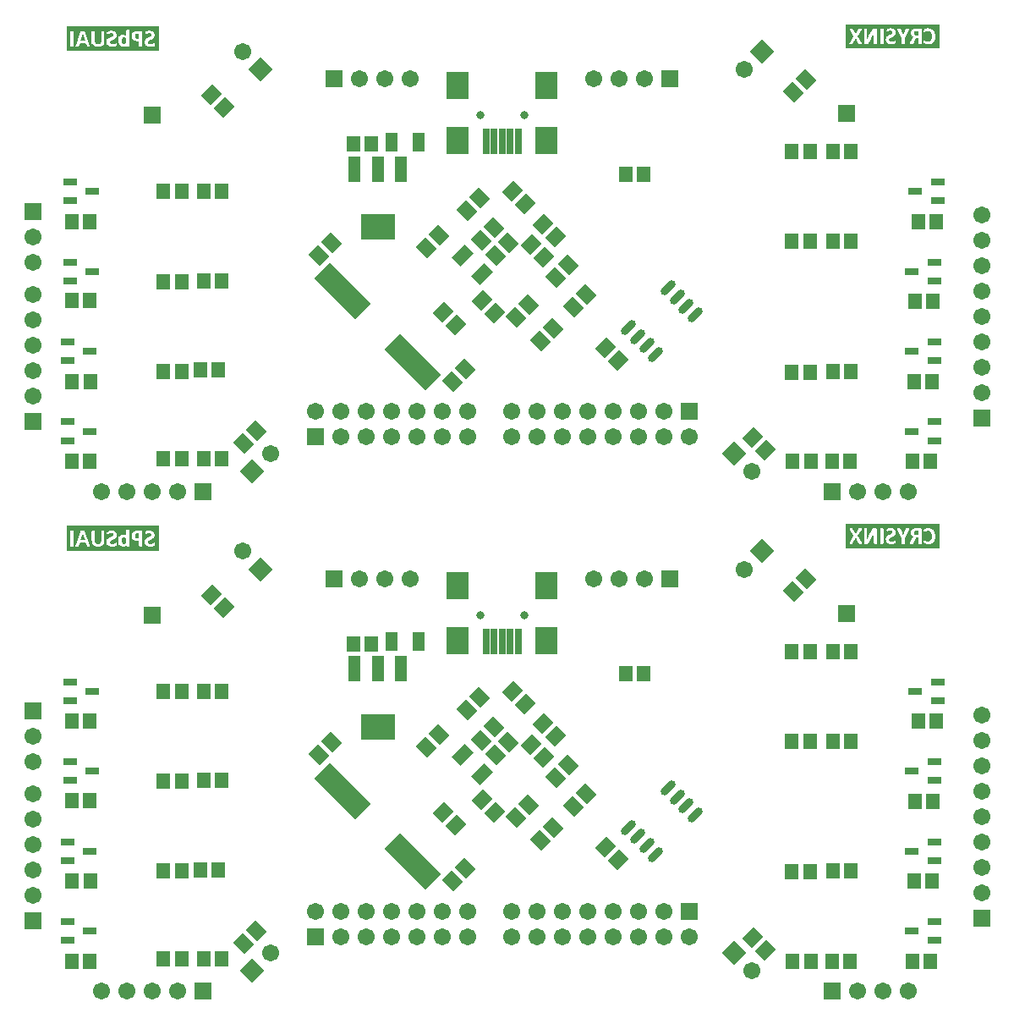
<source format=gbs>
G04*
G04 #@! TF.GenerationSoftware,Altium Limited,Altium Designer,19.0.15 (446)*
G04*
G04 Layer_Color=16711935*
%FSLAX44Y44*%
%MOMM*%
G71*
G01*
G75*
G04:AMPARAMS|DCode=50|XSize=1.6032mm|YSize=1.4032mm|CornerRadius=0mm|HoleSize=0mm|Usage=FLASHONLY|Rotation=135.000|XOffset=0mm|YOffset=0mm|HoleType=Round|Shape=Rectangle|*
%AMROTATEDRECTD50*
4,1,4,1.0629,-0.0707,0.0707,-1.0629,-1.0629,0.0707,-0.0707,1.0629,1.0629,-0.0707,0.0*
%
%ADD50ROTATEDRECTD50*%

G04:AMPARAMS|DCode=52|XSize=1.6032mm|YSize=1.4032mm|CornerRadius=0mm|HoleSize=0mm|Usage=FLASHONLY|Rotation=225.000|XOffset=0mm|YOffset=0mm|HoleType=Round|Shape=Rectangle|*
%AMROTATEDRECTD52*
4,1,4,0.0707,1.0629,1.0629,0.0707,-0.0707,-1.0629,-1.0629,-0.0707,0.0707,1.0629,0.0*
%
%ADD52ROTATEDRECTD52*%

%ADD53C,1.7032*%
%ADD54R,1.7032X1.7032*%
%ADD55R,1.7032X1.7032*%
%ADD56P,2.4087X4X360.0*%
%ADD57P,2.4087X4X270.0*%
%ADD58C,0.8032*%
G04:AMPARAMS|DCode=59|XSize=1.9032mm|YSize=1.3032mm|CornerRadius=0mm|HoleSize=0mm|Usage=FLASHONLY|Rotation=45.000|XOffset=0mm|YOffset=0mm|HoleType=Round|Shape=Rectangle|*
%AMROTATEDRECTD59*
4,1,4,-0.2121,-1.1336,-1.1336,-0.2121,0.2121,1.1336,1.1336,0.2121,-0.2121,-1.1336,0.0*
%
%ADD59ROTATEDRECTD59*%

G04:AMPARAMS|DCode=60|XSize=2.2032mm|YSize=5.8032mm|CornerRadius=0mm|HoleSize=0mm|Usage=FLASHONLY|Rotation=45.000|XOffset=0mm|YOffset=0mm|HoleType=Round|Shape=Rectangle|*
%AMROTATEDRECTD60*
4,1,4,1.2728,-2.8307,-2.8307,1.2728,-1.2728,2.8307,2.8307,-1.2728,1.2728,-2.8307,0.0*
%
%ADD60ROTATEDRECTD60*%

%ADD61R,1.2032X2.6032*%
%ADD62R,3.5032X2.6032*%
%ADD63R,1.3032X1.9032*%
%ADD64R,1.4032X1.6032*%
%ADD65R,1.3532X0.8032*%
G04:AMPARAMS|DCode=66|XSize=0.8032mm|YSize=1.8032mm|CornerRadius=0mm|HoleSize=0mm|Usage=FLASHONLY|Rotation=315.000|XOffset=0mm|YOffset=0mm|HoleType=Round|Shape=Round|*
%AMOVALD66*
21,1,1.0000,0.8032,0.0000,0.0000,45.0*
1,1,0.8032,-0.3536,-0.3536*
1,1,0.8032,0.3536,0.3536*
%
%ADD66OVALD66*%

%ADD67R,2.2032X2.7032*%
%ADD68R,0.7032X2.5032*%
G36*
X937622Y963214D02*
X843687D01*
Y987288D01*
X937622D01*
Y963214D01*
D02*
G37*
G36*
X156231Y960714D02*
X63781D01*
Y985702D01*
X156231D01*
Y960714D01*
D02*
G37*
G36*
X937622Y463214D02*
X843687D01*
Y487288D01*
X937622D01*
Y463214D01*
D02*
G37*
G36*
X156231Y485701D02*
Y460714D01*
X63781D01*
Y485701D01*
X156231D01*
D02*
G37*
%LPC*%
G36*
X933622Y983259D02*
X926056D01*
D01*
X922145D01*
X926056D01*
X925656Y983202D01*
X925200Y983145D01*
X925171D01*
X925085Y983117D01*
X924971Y983088D01*
X924828Y983059D01*
X924486Y982974D01*
X924086Y982860D01*
X924058D01*
X924000Y982831D01*
X923915Y982803D01*
X923772Y982746D01*
X923487Y982631D01*
X923173Y982460D01*
X923144D01*
X923115Y982431D01*
X922944Y982317D01*
X922773Y982203D01*
X922602Y982060D01*
X922573Y982032D01*
X922516Y981975D01*
X922430Y981889D01*
X922373Y981803D01*
Y981775D01*
X922345Y981718D01*
X922316Y981632D01*
X922288Y981518D01*
Y981489D01*
X922259Y981404D01*
Y981290D01*
X922230Y981118D01*
Y981090D01*
X922202Y980975D01*
Y980804D01*
Y980576D01*
Y980547D01*
Y980519D01*
Y980347D01*
Y980147D01*
X922230Y979948D01*
Y979919D01*
X922259Y979805D01*
X922288Y979662D01*
X922316Y979548D01*
Y979519D01*
X922345Y979462D01*
X922459Y979320D01*
X922516Y979291D01*
X922659Y979262D01*
X922687D01*
X922773Y979291D01*
X922916Y979348D01*
X923115Y979462D01*
X923173Y979491D01*
X923315Y979605D01*
X923544Y979748D01*
X923829Y979919D01*
X923858D01*
X923915Y979976D01*
X924000Y980005D01*
X924115Y980062D01*
X924286Y980147D01*
X924457Y980233D01*
X924886Y980376D01*
X924914D01*
X925000Y980404D01*
X925114Y980462D01*
X925285Y980490D01*
X925485Y980547D01*
X925742Y980576D01*
X925999Y980604D01*
X926456D01*
X926627Y980576D01*
X926855Y980547D01*
X927112Y980519D01*
X927398Y980433D01*
X927683Y980347D01*
X927969Y980205D01*
X927998Y980176D01*
X928083Y980147D01*
X928226Y980062D01*
X928397Y979919D01*
X928568Y979776D01*
X928797Y979605D01*
X928997Y979377D01*
X929196Y979120D01*
X929225Y979091D01*
X929282Y979006D01*
X929368Y978863D01*
X929482Y978663D01*
X929596Y978406D01*
X929739Y978120D01*
X929853Y977806D01*
X929967Y977435D01*
Y977378D01*
X929996Y977264D01*
X930053Y977064D01*
X930082Y976779D01*
X930139Y976465D01*
X930196Y976065D01*
X930224Y975665D01*
Y975208D01*
Y975180D01*
Y975151D01*
Y974980D01*
X930196Y974723D01*
Y974409D01*
X930167Y974038D01*
X930110Y973638D01*
X930053Y973239D01*
X929967Y972839D01*
Y972782D01*
X929910Y972667D01*
X929853Y972496D01*
X929768Y972268D01*
X929653Y971982D01*
X929511Y971725D01*
X929339Y971440D01*
X929168Y971183D01*
X929139Y971154D01*
X929082Y971069D01*
X928968Y970955D01*
X928797Y970840D01*
X928625Y970669D01*
X928397Y970526D01*
X928140Y970384D01*
X927883Y970241D01*
X927855D01*
X927740Y970184D01*
X927598Y970155D01*
X927398Y970098D01*
X927141Y970041D01*
X926884Y969984D01*
X926570Y969955D01*
X926227Y969927D01*
X925942D01*
X925742Y969955D01*
X925285Y970012D01*
X924800Y970098D01*
X924771D01*
X924686Y970127D01*
X924572Y970184D01*
X924429Y970241D01*
X924086Y970355D01*
X923744Y970526D01*
X923715D01*
X923658Y970583D01*
X923487Y970669D01*
X923230Y970840D01*
X923001Y970983D01*
X922944Y971012D01*
X922830Y971097D01*
X922687Y971154D01*
X922573Y971183D01*
X922516D01*
X922402Y971126D01*
X922373D01*
X922345Y971069D01*
X922316Y971012D01*
X922259Y970926D01*
Y970897D01*
X922230Y970812D01*
X922202Y970698D01*
X922173Y970526D01*
Y970469D01*
X922145Y970355D01*
Y969499D01*
X922173Y969327D01*
Y969299D01*
X922202Y969213D01*
Y969099D01*
X922230Y968956D01*
Y968928D01*
X922259Y968870D01*
X922316Y968699D01*
Y968671D01*
X922373Y968642D01*
X922430Y968556D01*
X922516Y968471D01*
X922544Y968442D01*
X922630Y968385D01*
X922801Y968242D01*
X923030Y968100D01*
X923058D01*
X923087Y968071D01*
X923173Y968014D01*
X923287Y967985D01*
X923572Y967843D01*
X923943Y967700D01*
X923972D01*
X924029Y967671D01*
X924143Y967643D01*
X924315Y967586D01*
X924486Y967529D01*
X924714Y967471D01*
X925200Y967386D01*
X925228D01*
X925314Y967357D01*
X925456Y967329D01*
X925656D01*
X925885Y967300D01*
X926142Y967272D01*
X926713Y967243D01*
X926970D01*
X927284Y967272D01*
X927683Y967300D01*
X928112Y967357D01*
X928597Y967443D01*
X929111Y967557D01*
X929596Y967728D01*
X929653Y967757D01*
X929796Y967814D01*
X930053Y967928D01*
X930339Y968100D01*
X930710Y968299D01*
X931052Y968556D01*
X931423Y968842D01*
X931795Y969184D01*
X931823Y969241D01*
X931937Y969356D01*
X932109Y969556D01*
X932308Y969841D01*
X932508Y970212D01*
X932737Y970612D01*
X932965Y971097D01*
X933165Y971611D01*
Y971640D01*
X933194Y971668D01*
Y971754D01*
X933222Y971868D01*
X933279Y972011D01*
X933308Y972182D01*
X933393Y972610D01*
X933479Y973096D01*
X933536Y973695D01*
X933593Y974323D01*
X933622Y975037D01*
Y975380D01*
X933593Y975551D01*
Y975751D01*
X933565Y976208D01*
X933508Y976750D01*
X933393Y977350D01*
X933279Y977949D01*
X933108Y978549D01*
Y978577D01*
X933079Y978606D01*
X933051Y978691D01*
X933022Y978806D01*
X932908Y979091D01*
X932737Y979462D01*
X932537Y979862D01*
X932280Y980290D01*
X931994Y980719D01*
X931652Y981118D01*
X931595Y981175D01*
X931480Y981290D01*
X931281Y981489D01*
X930995Y981718D01*
X930653Y981975D01*
X930281Y982232D01*
X929853Y982488D01*
X929368Y982717D01*
X929339D01*
X929311Y982746D01*
X929139Y982803D01*
X928854Y982888D01*
X928511Y983002D01*
X928055Y983088D01*
X927569Y983174D01*
X927027Y983231D01*
X926456Y983259D01*
X933622D01*
D02*
G37*
G36*
X907527Y983088D02*
X905301D01*
D01*
X897506D01*
D01*
X905301D01*
X905044Y983059D01*
X904986D01*
X904844Y983031D01*
X904672Y983002D01*
X904530Y982945D01*
X904501D01*
X904416Y982917D01*
X904330Y982860D01*
X904244Y982774D01*
X904216Y982746D01*
X904187Y982717D01*
X904101Y982631D01*
X904044Y982517D01*
X902331Y978691D01*
Y978663D01*
X902274Y978606D01*
X902246Y978492D01*
X902160Y978349D01*
X902103Y978177D01*
X902017Y977978D01*
X901817Y977521D01*
Y977492D01*
X901760Y977407D01*
X901732Y977292D01*
X901646Y977150D01*
X901589Y976950D01*
X901503Y976721D01*
X901304Y976236D01*
Y976265D01*
X901275Y976350D01*
X901218Y976465D01*
X901161Y976636D01*
X901018Y977036D01*
X900847Y977492D01*
Y977521D01*
X900790Y977607D01*
X900761Y977721D01*
X900676Y977863D01*
X900533Y978263D01*
X900361Y978663D01*
X898620Y982460D01*
Y982488D01*
X898591Y982574D01*
X898534Y982688D01*
X898477Y982774D01*
X898449Y982803D01*
X898420Y982831D01*
X898334Y982888D01*
X898220Y982945D01*
X898192Y982974D01*
X898106Y983002D01*
X897935Y983031D01*
X897735Y983059D01*
X897678D01*
X897506Y983088D01*
X895251D01*
X896507D01*
X896165Y983059D01*
X895993D01*
X895851Y983031D01*
X895794D01*
X895651Y983002D01*
X895480Y982974D01*
X895337Y982888D01*
X895308Y982860D01*
X895280Y982803D01*
X895251Y982688D01*
X895280Y982517D01*
Y982460D01*
X895337Y982346D01*
X895422Y982117D01*
X895537Y981832D01*
X899790Y973353D01*
Y967900D01*
Y967871D01*
Y967843D01*
X899819Y967757D01*
X899876Y967671D01*
X899905D01*
X899933Y967614D01*
X900019Y967586D01*
X900162Y967529D01*
X900190D01*
X900276Y967500D01*
X900447D01*
X900647Y967471D01*
X900704D01*
X900847Y967443D01*
X901075Y967414D01*
X901646D01*
X901903Y967443D01*
X902160Y967471D01*
X902217D01*
X902331Y967500D01*
X902474D01*
X902645Y967529D01*
X902674D01*
X902731Y967557D01*
X902817Y967614D01*
X902902Y967671D01*
Y967700D01*
X902931Y967757D01*
X902960Y967900D01*
Y973353D01*
X907213Y981832D01*
Y981860D01*
X907242Y981917D01*
X907327Y982089D01*
X907442Y982289D01*
X907527Y982517D01*
Y982774D01*
X907442Y982888D01*
X907413Y982917D01*
X907327Y982945D01*
X907156Y983002D01*
X906928Y983031D01*
X906871D01*
X906785Y983059D01*
X906500D01*
X906328Y983088D01*
X907527D01*
D02*
G37*
G36*
X881719D02*
X880602D01*
X881719D01*
D01*
D02*
G37*
G36*
X880602D02*
X880462D01*
D01*
X880602D01*
D02*
G37*
G36*
X919889Y983002D02*
X908384D01*
D01*
X914265D01*
X913951Y982974D01*
X913894D01*
X913723Y982945D01*
X913494D01*
X913237Y982917D01*
X913180D01*
X913066Y982888D01*
X912895Y982860D01*
X912666Y982803D01*
X912409Y982746D01*
X912124Y982660D01*
X911553Y982431D01*
X911524D01*
X911410Y982374D01*
X911267Y982317D01*
X911096Y982203D01*
X910696Y981946D01*
X910268Y981603D01*
X910240Y981575D01*
X910182Y981518D01*
X910097Y981404D01*
X909983Y981261D01*
X909840Y981090D01*
X909726Y980861D01*
X909469Y980376D01*
Y980347D01*
X909412Y980262D01*
X909383Y980090D01*
X909326Y979891D01*
X909269Y979662D01*
X909240Y979377D01*
X909183Y979063D01*
Y978720D01*
Y978691D01*
Y978577D01*
Y978435D01*
X909212Y978263D01*
X909240Y978035D01*
X909269Y977806D01*
X909383Y977292D01*
Y977264D01*
X909412Y977178D01*
X909469Y977064D01*
X909526Y976921D01*
X909726Y976550D01*
X909983Y976151D01*
X910011Y976122D01*
X910040Y976065D01*
X910125Y975979D01*
X910240Y975836D01*
X910525Y975551D01*
X910925Y975266D01*
X910953Y975237D01*
X911010Y975208D01*
X911153Y975123D01*
X911296Y975066D01*
X911496Y974951D01*
X911696Y974866D01*
X912209Y974666D01*
X912181D01*
X912152Y974637D01*
X912010Y974552D01*
X911781Y974437D01*
X911553Y974266D01*
X911524D01*
X911496Y974238D01*
X911353Y974124D01*
X911182Y973924D01*
X910982Y973695D01*
Y973667D01*
X910925Y973638D01*
X910811Y973467D01*
X910668Y973210D01*
X910497Y972896D01*
Y972867D01*
X910440Y972810D01*
X910411Y972725D01*
X910325Y972610D01*
X910182Y972296D01*
X910011Y971925D01*
X908698Y968870D01*
Y968842D01*
X908669Y968785D01*
X908612Y968613D01*
X908527Y968385D01*
X908469Y968185D01*
X908441Y968157D01*
X908412Y968071D01*
X908384Y967957D01*
Y967814D01*
X908441Y967643D01*
X908498Y967586D01*
X908555Y967557D01*
X908669Y967500D01*
X908698D01*
X908812Y967471D01*
X908983D01*
X909212Y967443D01*
X909469D01*
X909754Y967414D01*
X910725D01*
X910982Y967443D01*
X911039D01*
X911153Y967471D01*
X911296Y967500D01*
X911439Y967529D01*
X911467D01*
X911524Y967557D01*
X911610Y967614D01*
X911696Y967671D01*
Y967700D01*
X911724Y967757D01*
X911781Y967928D01*
X913180Y971383D01*
Y971411D01*
X913237Y971468D01*
X913266Y971583D01*
X913352Y971725D01*
X913494Y972068D01*
X913694Y972411D01*
Y972439D01*
X913723Y972496D01*
X913780Y972582D01*
X913837Y972667D01*
X914008Y972924D01*
X914208Y973181D01*
Y973210D01*
X914265Y973239D01*
X914408Y973353D01*
X914608Y973495D01*
X914893Y973638D01*
X914922D01*
X914950Y973667D01*
X915036Y973695D01*
X915150Y973724D01*
X915436Y973781D01*
X915778Y973810D01*
X916749D01*
Y967900D01*
Y967871D01*
Y967843D01*
X916777Y967757D01*
X916835Y967671D01*
X916863D01*
X916892Y967614D01*
X916977Y967586D01*
X917092Y967529D01*
X917120D01*
X917206Y967500D01*
X917377D01*
X917577Y967471D01*
X917634D01*
X917777Y967443D01*
X918034Y967414D01*
X918605D01*
X918862Y967443D01*
X919118Y967471D01*
X919176D01*
X919290Y967500D01*
X919433D01*
X919575Y967529D01*
X919604D01*
X919661Y967557D01*
X919747Y967614D01*
X919832Y967671D01*
Y967700D01*
X919861Y967757D01*
X919889Y967900D01*
Y967586D01*
Y982089D01*
X919861Y982175D01*
Y982289D01*
X919775Y982546D01*
X919632Y982746D01*
X919575Y982774D01*
X919461Y982888D01*
X919233Y982974D01*
X918976Y983002D01*
X919889D01*
D01*
D02*
G37*
G36*
X875181Y983059D02*
X862391D01*
D01*
X863561D01*
X863333Y983031D01*
X863104Y983002D01*
X863047D01*
X862933Y982974D01*
X862790Y982945D01*
X862676Y982888D01*
X862647D01*
X862590Y982860D01*
X862533Y982803D01*
X862476Y982746D01*
X862448Y982717D01*
X862419Y982688D01*
X862391Y982603D01*
Y967414D01*
Y968414D01*
X862448Y968242D01*
X862505Y968071D01*
X862533Y968042D01*
X862562Y967957D01*
X862647Y967843D01*
X862762Y967728D01*
X862790Y967700D01*
X862876Y967643D01*
X862990Y967586D01*
X863161Y967529D01*
X863190D01*
X863276Y967500D01*
X863418Y967471D01*
X865188D01*
X865417Y967500D01*
X865674Y967529D01*
X865731Y967557D01*
X865873Y967614D01*
X866045Y967700D01*
X866245Y967843D01*
X866302Y967871D01*
X866416Y968014D01*
X866559Y968185D01*
X866759Y968442D01*
Y968471D01*
X866787Y968499D01*
X866844Y968585D01*
X866901Y968699D01*
X867073Y969013D01*
X867272Y969413D01*
X871127Y976693D01*
X871155Y976721D01*
X871184Y976807D01*
X871241Y976921D01*
X871327Y977093D01*
X871441Y977292D01*
X871555Y977550D01*
X871812Y978063D01*
X871840Y978092D01*
X871869Y978206D01*
X871926Y978349D01*
X872012Y978549D01*
X872097Y978777D01*
X872212Y979006D01*
X872411Y979548D01*
X872440D01*
Y979519D01*
Y979405D01*
X872411Y979234D01*
Y979006D01*
X872383Y978748D01*
Y978435D01*
X872354Y977806D01*
Y977778D01*
Y977664D01*
Y977492D01*
X872326Y977264D01*
Y977007D01*
Y976693D01*
Y976036D01*
Y967928D01*
Y967900D01*
Y967843D01*
X872354Y967785D01*
X872411Y967700D01*
X872468Y967643D01*
X872526Y967614D01*
X872640Y967557D01*
X872668D01*
X872754Y967529D01*
X872897Y967500D01*
X873097Y967471D01*
X873154D01*
X873268Y967443D01*
X873496Y967414D01*
X874039D01*
X874267Y967443D01*
X874495Y967471D01*
X874524D01*
X874638Y967500D01*
X874781Y967529D01*
X874924Y967557D01*
X874952D01*
X875009Y967586D01*
X875067Y967643D01*
X875124Y967700D01*
Y967728D01*
X875152Y967757D01*
X875181Y967928D01*
Y967529D01*
Y983059D01*
D02*
G37*
G36*
X880462Y983088D02*
X879891D01*
X879634Y983059D01*
X879406Y983031D01*
X879349D01*
X879235Y983002D01*
X879063Y982974D01*
X878921Y982945D01*
X878892D01*
X878807Y982917D01*
X878721Y982860D01*
X878635Y982774D01*
X878607D01*
X878578Y982717D01*
X878550Y982660D01*
Y967843D01*
X878578Y967757D01*
X878635Y967671D01*
X878664D01*
X878692Y967614D01*
X878778Y967586D01*
X878921Y967529D01*
X878949D01*
X879035Y967500D01*
X879206D01*
X879406Y967471D01*
X879463D01*
X879606Y967443D01*
X879834Y967414D01*
X880405D01*
X880662Y967443D01*
X880919Y967471D01*
X880976D01*
X881090Y967500D01*
X881233D01*
X881404Y967529D01*
X881433D01*
X881490Y967557D01*
X881576Y967614D01*
X881662Y967671D01*
Y967700D01*
X881690Y967757D01*
X881719Y967900D01*
Y967443D01*
Y982631D01*
X881662Y982774D01*
X881633Y982803D01*
X881604Y982831D01*
X881519Y982888D01*
X881404Y982945D01*
X881376D01*
X881262Y982974D01*
X881119Y983002D01*
X880919Y983031D01*
X880862D01*
X880691Y983059D01*
X880462Y983088D01*
D02*
G37*
G36*
X860249Y983088D02*
X847687D01*
X849058D01*
X848744Y983059D01*
X848458Y983031D01*
X848401D01*
X848258Y983002D01*
X848116Y982945D01*
X848001Y982860D01*
X847973Y982831D01*
X847944Y982774D01*
X847916Y982660D01*
Y982488D01*
Y982460D01*
X847973Y982317D01*
X848059Y982117D01*
X848173Y981803D01*
X851627Y975465D01*
X847973Y968671D01*
Y968642D01*
X847944Y968613D01*
X847859Y968414D01*
X847745Y968214D01*
X847687Y967985D01*
Y968014D01*
Y967728D01*
X847773Y967614D01*
X847802Y967586D01*
X847887Y967557D01*
X848059Y967500D01*
X848287Y967471D01*
X848344D01*
X848430Y967443D01*
X848715D01*
X848886Y967414D01*
X849943D01*
X850228Y967443D01*
X850285D01*
X850400Y967471D01*
X850571D01*
X850742Y967500D01*
X850771D01*
X850828Y967529D01*
X850913Y967586D01*
X850999Y967643D01*
Y967671D01*
X851056Y967728D01*
X851142Y967900D01*
X854054Y973495D01*
X856937Y967900D01*
Y967871D01*
X856995Y967814D01*
X857109Y967643D01*
X857166Y967586D01*
X857252Y967557D01*
X857366Y967500D01*
X857394D01*
X857480Y967471D01*
X857651D01*
X857880Y967443D01*
X858108D01*
X858393Y967414D01*
X859107D01*
X859450Y967443D01*
X859735Y967471D01*
X859792D01*
X859907Y967500D01*
X860078Y967557D01*
X860192Y967614D01*
X860221Y967643D01*
X860249Y967700D01*
Y967985D01*
X860221Y968042D01*
X860164Y968157D01*
X860078Y968385D01*
X859935Y968671D01*
X856224Y975437D01*
X859650Y981803D01*
Y981832D01*
X859678Y981889D01*
X859764Y982060D01*
X859878Y982289D01*
X859964Y982517D01*
Y982574D01*
X859992Y982660D01*
X859964Y982774D01*
X859907Y982888D01*
X859878Y982917D01*
X859792Y982945D01*
X859621Y983002D01*
X859393Y983031D01*
X859336D01*
X859250Y983059D01*
X858964D01*
X858793Y983088D01*
X860249D01*
D02*
G37*
G36*
X894252Y983288D02*
X884117D01*
D01*
X888456D01*
X888114Y983259D01*
X887714Y983202D01*
X887685D01*
X887628Y983174D01*
X887514D01*
X887371Y983145D01*
X887029Y983059D01*
X886686Y982974D01*
X886658D01*
X886600Y982945D01*
X886515Y982917D01*
X886401Y982888D01*
X886115Y982774D01*
X885830Y982631D01*
X885801D01*
X885773Y982603D01*
X885630Y982546D01*
X885459Y982431D01*
X885344Y982346D01*
X885316Y982317D01*
X885259Y982289D01*
X885202Y982203D01*
X885173Y982146D01*
Y982117D01*
X885145Y982089D01*
X885087Y981917D01*
Y981889D01*
X885059Y981832D01*
Y981689D01*
Y981546D01*
Y981518D01*
X885030Y981404D01*
Y981232D01*
Y981032D01*
Y981004D01*
Y980975D01*
Y980833D01*
Y980633D01*
X885059Y980433D01*
Y980404D01*
X885087Y980290D01*
X885116Y980176D01*
X885145Y980062D01*
Y980033D01*
X885173Y979976D01*
X885259Y979833D01*
X885316Y979805D01*
X885373Y979776D01*
X885487D01*
X885544Y979805D01*
X885687Y979833D01*
X885887Y979919D01*
X885944Y979948D01*
X886087Y980033D01*
X886315Y980147D01*
X886600Y980290D01*
X886629D01*
X886658Y980319D01*
X886743Y980376D01*
X886858Y980404D01*
X887171Y980519D01*
X887571Y980661D01*
X887600D01*
X887657Y980690D01*
X887771Y980719D01*
X887914Y980747D01*
X888114Y980776D01*
X888314Y980804D01*
X888770Y980833D01*
X888942D01*
X889084Y980804D01*
X889370Y980776D01*
X889684Y980690D01*
X889712D01*
X889741Y980661D01*
X889912Y980604D01*
X890112Y980490D01*
X890312Y980347D01*
X890340Y980319D01*
X890455Y980205D01*
X890569Y980033D01*
X890683Y979805D01*
X890712Y979748D01*
X890740Y979605D01*
X890769Y979405D01*
X890797Y979148D01*
Y979120D01*
Y979063D01*
X890769Y978977D01*
Y978834D01*
X890683Y978549D01*
X890540Y978235D01*
Y978206D01*
X890483Y978177D01*
X890340Y978006D01*
X890084Y977806D01*
X889770Y977578D01*
X889741D01*
X889684Y977521D01*
X889570Y977464D01*
X889455Y977407D01*
X889113Y977235D01*
X888685Y977036D01*
X888656D01*
X888570Y976979D01*
X888456Y976950D01*
X888314Y976864D01*
X887914Y976693D01*
X887486Y976493D01*
X887457D01*
X887371Y976436D01*
X887257Y976379D01*
X887086Y976293D01*
X886715Y976093D01*
X886258Y975836D01*
X886229Y975808D01*
X886144Y975779D01*
X886030Y975694D01*
X885887Y975580D01*
X885544Y975294D01*
X885202Y974951D01*
X885173Y974923D01*
X885116Y974866D01*
X885030Y974752D01*
X884916Y974609D01*
X884802Y974437D01*
X884659Y974238D01*
X884431Y973752D01*
X884402Y973724D01*
X884374Y973638D01*
X884317Y973495D01*
X884259Y973296D01*
X884202Y973067D01*
X884174Y972782D01*
X884117Y972468D01*
Y971925D01*
X884145Y971697D01*
X884174Y971411D01*
X884231Y971069D01*
X884317Y970698D01*
X884431Y970326D01*
X884574Y969984D01*
X884602Y969955D01*
X884659Y969841D01*
X884773Y969670D01*
X884888Y969441D01*
X885087Y969213D01*
X885287Y968956D01*
X885544Y968699D01*
X885830Y968442D01*
X885858Y968414D01*
X885972Y968328D01*
X886115Y968214D01*
X886344Y968100D01*
X886600Y967928D01*
X886915Y967785D01*
X887286Y967643D01*
X887657Y967500D01*
X887714D01*
X887828Y967443D01*
X888057Y967414D01*
X888314Y967357D01*
X888656Y967300D01*
X889027Y967272D01*
X889455Y967215D01*
X890169D01*
X890369Y967243D01*
X890598D01*
X890854Y967272D01*
X891368Y967357D01*
X891397D01*
X891482Y967386D01*
X891625Y967414D01*
X891768Y967443D01*
X892168Y967557D01*
X892596Y967671D01*
X892625D01*
X892682Y967700D01*
X892767Y967728D01*
X892910Y967785D01*
X893195Y967900D01*
X893481Y968042D01*
X893538Y968071D01*
X893681Y968157D01*
X893852Y968271D01*
X893995Y968414D01*
X894023Y968442D01*
X894081Y968528D01*
X894138Y968671D01*
X894195Y968870D01*
Y968928D01*
X894223Y969070D01*
X894252Y969327D01*
Y970384D01*
X894223Y970469D01*
X894195Y970612D01*
X894166Y970726D01*
Y970755D01*
X894138Y970812D01*
X894081Y970897D01*
X894023Y970955D01*
X893995Y970983D01*
X893966Y971012D01*
X893909Y971040D01*
X893795D01*
X893709Y971012D01*
X893538Y970955D01*
X893338Y970812D01*
X893310D01*
X893281Y970783D01*
X893110Y970698D01*
X892881Y970555D01*
X892567Y970384D01*
X892539D01*
X892482Y970355D01*
X892368Y970298D01*
X892253Y970241D01*
X892082Y970184D01*
X891882Y970098D01*
X891425Y969955D01*
X891397D01*
X891311Y969927D01*
X891169Y969898D01*
X890969Y969870D01*
X890740Y969812D01*
X890483Y969784D01*
X889884Y969755D01*
X889655D01*
X889513Y969784D01*
X889170Y969812D01*
X888827Y969870D01*
X888799D01*
X888742Y969898D01*
X888656Y969927D01*
X888570Y969984D01*
X888314Y970098D01*
X888057Y970269D01*
X888028D01*
X887999Y970326D01*
X887885Y970441D01*
X887714Y970640D01*
X887571Y970897D01*
Y970926D01*
X887543Y970955D01*
X887486Y971154D01*
X887429Y971411D01*
X887400Y971725D01*
Y971754D01*
Y971811D01*
X887429Y971897D01*
Y972039D01*
X887543Y972325D01*
X887600Y972468D01*
X887714Y972610D01*
Y972639D01*
X887771Y972667D01*
X887914Y972839D01*
X888142Y973067D01*
X888456Y973296D01*
X888485D01*
X888542Y973353D01*
X888628Y973410D01*
X888770Y973467D01*
X889084Y973638D01*
X889513Y973838D01*
X889541D01*
X889598Y973895D01*
X889712Y973952D01*
X889884Y974009D01*
X890055Y974095D01*
X890255Y974209D01*
X890712Y974409D01*
X890740D01*
X890826Y974466D01*
X890940Y974523D01*
X891111Y974609D01*
X891482Y974809D01*
X891939Y975037D01*
X891968Y975066D01*
X892025Y975094D01*
X892139Y975180D01*
X892282Y975294D01*
X892625Y975580D01*
X892967Y975922D01*
X892996Y975951D01*
X893053Y976008D01*
X893138Y976122D01*
X893224Y976265D01*
X893338Y976436D01*
X893481Y976636D01*
X893709Y977121D01*
Y977150D01*
X893766Y977235D01*
X893795Y977407D01*
X893852Y977607D01*
X893909Y977835D01*
X893938Y978120D01*
X893995Y978463D01*
Y978806D01*
Y978863D01*
Y979006D01*
X893966Y979205D01*
X893938Y979462D01*
X893909Y979776D01*
X893824Y980090D01*
X893738Y980433D01*
X893595Y980747D01*
X893567Y980776D01*
X893510Y980890D01*
X893424Y981061D01*
X893310Y981232D01*
X893138Y981461D01*
X892967Y981689D01*
X892739Y981917D01*
X892482Y982146D01*
X892453Y982175D01*
X892368Y982232D01*
X892196Y982346D01*
X891996Y982460D01*
X891768Y982603D01*
X891482Y982746D01*
X891169Y982888D01*
X890826Y983002D01*
X890769D01*
X890655Y983059D01*
X890483Y983088D01*
X890226Y983145D01*
X889912Y983202D01*
X889570Y983231D01*
X889199Y983288D01*
X894252D01*
D02*
G37*
%LPD*%
G36*
X916749Y976179D02*
X914893D01*
X914750Y976208D01*
X914379Y976236D01*
X913980Y976322D01*
X913951D01*
X913894Y976350D01*
X913808Y976379D01*
X913666Y976436D01*
X913409Y976579D01*
X913123Y976779D01*
X913095Y976807D01*
X913066Y976836D01*
X912923Y976979D01*
X912752Y977207D01*
X912609Y977492D01*
Y977521D01*
X912581Y977578D01*
X912552Y977635D01*
X912524Y977749D01*
X912467Y978035D01*
X912438Y978406D01*
Y978435D01*
Y978549D01*
X912467Y978691D01*
X912495Y978863D01*
X912581Y979262D01*
X912695Y979491D01*
X912809Y979691D01*
X912838Y979719D01*
X912866Y979776D01*
X912952Y979862D01*
X913066Y980005D01*
X913237Y980119D01*
X913437Y980233D01*
X913666Y980376D01*
X913951Y980462D01*
X913980D01*
X914094Y980490D01*
X914265Y980519D01*
X914493Y980547D01*
X914551D01*
X914722Y980576D01*
X914979Y980604D01*
X916749D01*
Y976179D01*
D02*
G37*
G36*
X875181Y981946D02*
X875152Y982060D01*
Y982175D01*
X875038Y982460D01*
X874981Y982603D01*
X874867Y982717D01*
X874838D01*
X874810Y982774D01*
X874638Y982860D01*
X874381Y982945D01*
X874067Y983002D01*
X872097D01*
X871840Y982974D01*
X871612Y982917D01*
X871583D01*
X871555Y982888D01*
X871412Y982860D01*
X871241Y982774D01*
X871041Y982631D01*
X870984Y982603D01*
X870898Y982517D01*
X870727Y982346D01*
X870584Y982146D01*
X870556Y982089D01*
X870442Y981946D01*
X870299Y981689D01*
X870127Y981375D01*
X867130Y975694D01*
Y975665D01*
X867073Y975608D01*
X867044Y975494D01*
X866958Y975380D01*
X866816Y975066D01*
X866616Y974695D01*
Y974666D01*
X866559Y974609D01*
X866530Y974523D01*
X866444Y974380D01*
X866302Y974066D01*
X866131Y973695D01*
Y973667D01*
X866073Y973610D01*
X866045Y973524D01*
X865959Y973381D01*
X865816Y973096D01*
X865645Y972725D01*
Y972696D01*
X865617Y972639D01*
X865559Y972553D01*
X865502Y972439D01*
X865360Y972125D01*
X865188Y971782D01*
Y971811D01*
Y971925D01*
Y972096D01*
X865217Y972325D01*
Y972582D01*
Y972867D01*
X865245Y973524D01*
Y973552D01*
Y973667D01*
Y973867D01*
Y974095D01*
Y974352D01*
Y974637D01*
Y975266D01*
Y982517D01*
Y982546D01*
Y982603D01*
X865188Y982746D01*
X865160Y982774D01*
X865131Y982803D01*
X864960Y982888D01*
X864931Y982917D01*
X864846Y982945D01*
X864703Y982974D01*
X864503Y983002D01*
X864446D01*
X864303Y983031D01*
X864075Y983059D01*
X875181D01*
Y981946D01*
D02*
G37*
G36*
X857451Y983059D02*
X857394D01*
X857252Y983031D01*
X857080Y983002D01*
X856909Y982974D01*
X856880D01*
X856795Y982945D01*
X856709Y982888D01*
X856652Y982803D01*
X856624Y982774D01*
X856595Y982746D01*
X856481Y982574D01*
X853797Y977435D01*
X851113Y982574D01*
Y982603D01*
X851085Y982660D01*
X850999Y982803D01*
X850971Y982831D01*
X850942Y982860D01*
X850856Y982917D01*
X850742Y982974D01*
X850714D01*
X850600Y983002D01*
X850457Y983031D01*
X850257Y983059D01*
X850200D01*
X850029Y983088D01*
X857708D01*
X857451Y983059D01*
D02*
G37*
%LPC*%
G36*
X92114Y980588D02*
X91049D01*
D01*
X92114D01*
D02*
G37*
G36*
X69694Y980588D02*
X69123D01*
X68866Y980559D01*
X68637Y980531D01*
X68580D01*
X68466Y980502D01*
X68295Y980474D01*
X68152Y980445D01*
X68123D01*
X68038Y980417D01*
X67952Y980360D01*
X67867Y980274D01*
X67838D01*
X67809Y980217D01*
X67781Y980160D01*
Y980588D01*
D01*
D01*
Y964914D01*
D01*
Y965343D01*
X67809Y965257D01*
X67867Y965171D01*
X67895D01*
X67924Y965114D01*
X68009Y965086D01*
X68152Y965029D01*
X68181D01*
X68266Y965000D01*
X68438D01*
X68637Y964971D01*
X68695D01*
X68837Y964943D01*
X69066Y964914D01*
X69637D01*
X69893Y964943D01*
X70150Y964971D01*
X70208D01*
X70322Y965000D01*
X70465D01*
X70636Y965029D01*
X70664D01*
X70722Y965057D01*
X70807Y965114D01*
X70893Y965171D01*
Y965200D01*
X70921Y965257D01*
X70950Y965400D01*
Y980131D01*
X70893Y980274D01*
X70864Y980303D01*
X70836Y980331D01*
X70750Y980388D01*
X70636Y980445D01*
X70607D01*
X70493Y980474D01*
X70350Y980502D01*
X70150Y980531D01*
X70093D01*
X69922Y980559D01*
X69694Y980588D01*
D02*
G37*
G36*
X125594Y981702D02*
X125023D01*
X124794Y981673D01*
X124566Y981644D01*
X124509D01*
X124395Y981616D01*
X124252Y981587D01*
X124109Y981530D01*
X124081D01*
X124024Y981502D01*
X123938Y981445D01*
X123852Y981387D01*
X123824Y981359D01*
X123795Y981330D01*
X123767Y981245D01*
Y981159D01*
Y975249D01*
X123738Y975278D01*
X123709Y975306D01*
X123510Y975478D01*
X123253Y975706D01*
X122967Y975935D01*
X122939Y975963D01*
X122910Y975992D01*
X122710Y976106D01*
X122453Y976277D01*
X122168Y976420D01*
X122139D01*
X122082Y976448D01*
X121997Y976477D01*
X121911Y976534D01*
X121625Y976620D01*
X121311Y976705D01*
X121283D01*
X121226Y976734D01*
X121140D01*
X121026Y976762D01*
X120740Y976791D01*
X120198D01*
X119970Y976762D01*
X119713Y976734D01*
X119398Y976677D01*
X119056Y976591D01*
X118713Y976477D01*
X118399Y976306D01*
X118371Y976277D01*
X118257Y976220D01*
X118114Y976106D01*
X117914Y975963D01*
X117714Y975792D01*
X117486Y975563D01*
X117257Y975306D01*
X117058Y975021D01*
X117029Y974992D01*
X116972Y974878D01*
X116886Y974707D01*
X116743Y974479D01*
X116629Y974221D01*
X116515Y973879D01*
X116372Y973536D01*
X116287Y973137D01*
Y973080D01*
X116258Y972965D01*
X116201Y972737D01*
X116144Y972451D01*
X116115Y972109D01*
X116058Y971738D01*
X116030Y971310D01*
Y981702D01*
Y968797D01*
D01*
Y970653D01*
X116058Y970367D01*
Y970025D01*
X116115Y969625D01*
X116172Y969197D01*
X116229Y968740D01*
X116344Y968312D01*
Y968255D01*
X116401Y968112D01*
X116487Y967912D01*
X116572Y967655D01*
X116715Y967341D01*
X116858Y966999D01*
X117058Y966684D01*
X117257Y966370D01*
X117286Y966342D01*
X117372Y966228D01*
X117486Y966085D01*
X117657Y965914D01*
X117857Y965714D01*
X118085Y965514D01*
X118371Y965314D01*
X118685Y965143D01*
X118713Y965114D01*
X118827Y965086D01*
X119027Y965000D01*
X119256Y964943D01*
X119541Y964857D01*
X119884Y964772D01*
X120255Y964743D01*
X120655Y964715D01*
X126793D01*
X120855D01*
X120969Y964743D01*
X121283Y964772D01*
X121654Y964829D01*
X121683D01*
X121740Y964857D01*
X121825Y964886D01*
X121939Y964914D01*
X122225Y965000D01*
X122539Y965143D01*
X122568D01*
X122625Y965171D01*
X122710Y965228D01*
X122796Y965314D01*
X123081Y965485D01*
X123396Y965714D01*
X123424Y965742D01*
X123453Y965771D01*
X123538Y965856D01*
X123652Y965942D01*
X123909Y966199D01*
X124223Y966542D01*
Y965371D01*
Y965343D01*
Y965314D01*
X124252Y965228D01*
X124309Y965143D01*
X124366Y965086D01*
X124423Y965057D01*
X124509Y965000D01*
X124537D01*
X124623Y964971D01*
X124737D01*
X124909Y964943D01*
X125080D01*
X125280Y964914D01*
X125965D01*
X126165Y964943D01*
X126193D01*
X126307Y964971D01*
X126422D01*
X126536Y965000D01*
X126565D01*
X126622Y965029D01*
X126679Y965086D01*
X126736Y965143D01*
Y965171D01*
X126764Y965228D01*
X126793Y965371D01*
Y981245D01*
X126736Y981387D01*
X126707Y981416D01*
X126679Y981445D01*
X126593Y981473D01*
X126479Y981530D01*
X126450Y981559D01*
X126365Y981587D01*
X126222Y981616D01*
X126022Y981644D01*
X125965D01*
X125822Y981673D01*
X125594Y981702D01*
D02*
G37*
G36*
X152231Y980788D02*
X142095D01*
X146435D01*
X146092Y980759D01*
X145693Y980702D01*
X145664D01*
X145607Y980674D01*
X145493D01*
X145350Y980645D01*
X145007Y980559D01*
X144665Y980474D01*
X144636D01*
X144579Y980445D01*
X144494Y980417D01*
X144379Y980388D01*
X144094Y980274D01*
X143808Y980131D01*
X143780D01*
X143751Y980103D01*
X143609Y980046D01*
X143437Y979931D01*
X143323Y979846D01*
X143295Y979817D01*
X143237Y979789D01*
X143180Y979703D01*
X143152Y979646D01*
Y979617D01*
X143123Y979589D01*
X143066Y979417D01*
Y979389D01*
X143038Y979332D01*
Y979189D01*
Y979046D01*
Y979018D01*
X143009Y978904D01*
Y978732D01*
Y978532D01*
Y978504D01*
Y978475D01*
Y978333D01*
Y978133D01*
X143038Y977933D01*
Y977904D01*
X143066Y977790D01*
X143095Y977676D01*
X143123Y977562D01*
Y977533D01*
X143152Y977476D01*
X143237Y977333D01*
X143295Y977305D01*
X143352Y977276D01*
X143466D01*
X143523Y977305D01*
X143666Y977333D01*
X143865Y977419D01*
X143923Y977448D01*
X144065Y977533D01*
X144294Y977647D01*
X144579Y977790D01*
X144608D01*
X144636Y977819D01*
X144722Y977876D01*
X144836Y977904D01*
X145150Y978019D01*
X145550Y978161D01*
X145578D01*
X145636Y978190D01*
X145750Y978219D01*
X145893Y978247D01*
X146092Y978276D01*
X146292Y978304D01*
X146749Y978333D01*
X146920D01*
X147063Y978304D01*
X147349Y978276D01*
X147663Y978190D01*
X147691D01*
X147720Y978161D01*
X147891Y978104D01*
X148091Y977990D01*
X148291Y977847D01*
X148319Y977819D01*
X148434Y977705D01*
X148548Y977533D01*
X148662Y977305D01*
X148690Y977248D01*
X148719Y977105D01*
X148748Y976905D01*
X148776Y976648D01*
Y976620D01*
Y976563D01*
X148748Y976477D01*
Y976334D01*
X148662Y976049D01*
X148519Y975735D01*
Y975706D01*
X148462Y975678D01*
X148319Y975506D01*
X148062Y975306D01*
X147748Y975078D01*
X147720D01*
X147663Y975021D01*
X147548Y974964D01*
X147434Y974907D01*
X147092Y974735D01*
X146663Y974536D01*
X146635D01*
X146549Y974479D01*
X146435Y974450D01*
X146292Y974364D01*
X145893Y974193D01*
X145464Y973993D01*
X145436D01*
X145350Y973936D01*
X145236Y973879D01*
X145065Y973793D01*
X144693Y973593D01*
X144237Y973336D01*
X144208Y973308D01*
X144122Y973279D01*
X144008Y973194D01*
X143865Y973080D01*
X143523Y972794D01*
X143180Y972451D01*
X143152Y972423D01*
X143095Y972366D01*
X143009Y972252D01*
X142895Y972109D01*
X142781Y971938D01*
X142638Y971738D01*
X142409Y971252D01*
X142381Y971224D01*
X142352Y971138D01*
X142295Y970995D01*
X142238Y970796D01*
X142181Y970567D01*
X142153Y970282D01*
X142095Y969968D01*
D01*
Y969425D01*
X142124Y969197D01*
X142153Y968911D01*
X142210Y968569D01*
X142295Y968198D01*
X142409Y967826D01*
X142552Y967484D01*
X142581Y967455D01*
X142638Y967341D01*
X142752Y967170D01*
X142866Y966941D01*
X143066Y966713D01*
X143266Y966456D01*
X143523Y966199D01*
X143808Y965942D01*
X143837Y965914D01*
X143951Y965828D01*
X144094Y965714D01*
X144322Y965600D01*
X144579Y965428D01*
X144893Y965285D01*
X145265Y965143D01*
X145636Y965000D01*
X145693D01*
X145807Y964943D01*
X146035Y964914D01*
X146292Y964857D01*
X146635Y964800D01*
X147006Y964772D01*
X147434Y964715D01*
X148148D01*
X148348Y964743D01*
X148576D01*
X148833Y964772D01*
X149347Y964857D01*
X149376D01*
X149461Y964886D01*
X149604Y964914D01*
X149747Y964943D01*
X150147Y965057D01*
X150575Y965171D01*
X150603D01*
X150660Y965200D01*
X150746Y965228D01*
X150889Y965285D01*
X151174Y965400D01*
X151460Y965542D01*
X151517Y965571D01*
X151660Y965657D01*
X151831Y965771D01*
X151974Y965914D01*
X152002Y965942D01*
X152059Y966028D01*
X152116Y966171D01*
X152174Y966370D01*
Y966428D01*
X152202Y966570D01*
X152231Y966827D01*
Y964829D01*
Y967884D01*
X152202Y967969D01*
X152174Y968112D01*
X152145Y968226D01*
Y968255D01*
X152116Y968312D01*
X152059Y968397D01*
X152002Y968455D01*
X151974Y968483D01*
X151945Y968512D01*
X151888Y968540D01*
X151774D01*
X151688Y968512D01*
X151517Y968455D01*
X151317Y968312D01*
X151288D01*
X151260Y968283D01*
X151089Y968198D01*
X150860Y968055D01*
X150546Y967884D01*
X150518D01*
X150461Y967855D01*
X150346Y967798D01*
X150232Y967741D01*
X150061Y967684D01*
X149861Y967598D01*
X149404Y967455D01*
X149376D01*
X149290Y967427D01*
X149147Y967398D01*
X148947Y967370D01*
X148719Y967312D01*
X148462Y967284D01*
X147863Y967255D01*
X147634D01*
X147491Y967284D01*
X147149Y967312D01*
X146806Y967370D01*
X146778D01*
X146721Y967398D01*
X146635Y967427D01*
X146549Y967484D01*
X146292Y967598D01*
X146035Y967769D01*
X146007D01*
X145978Y967826D01*
X145864Y967941D01*
X145693Y968140D01*
X145550Y968397D01*
Y968426D01*
X145521Y968455D01*
X145464Y968654D01*
X145407Y968911D01*
X145379Y969225D01*
Y969254D01*
Y969311D01*
X145407Y969397D01*
Y969539D01*
X145521Y969825D01*
X145578Y969968D01*
X145693Y970110D01*
Y970139D01*
X145750Y970167D01*
X145893Y970339D01*
X146121Y970567D01*
X146435Y970796D01*
X146464D01*
X146521Y970853D01*
X146606Y970910D01*
X146749Y970967D01*
X147063Y971138D01*
X147491Y971338D01*
X147520D01*
X147577Y971395D01*
X147691Y971452D01*
X147863Y971509D01*
X148034Y971595D01*
X148234Y971709D01*
X148690Y971909D01*
X148719D01*
X148805Y971966D01*
X148919Y972023D01*
X149090Y972109D01*
X149461Y972309D01*
X149918Y972537D01*
X149947Y972566D01*
X150004Y972594D01*
X150118Y972680D01*
X150261Y972794D01*
X150603Y973080D01*
X150946Y973422D01*
X150974Y973451D01*
X151032Y973508D01*
X151117Y973622D01*
X151203Y973765D01*
X151317Y973936D01*
X151460Y974136D01*
X151688Y974621D01*
Y974650D01*
X151745Y974735D01*
X151774Y974907D01*
X151831Y975107D01*
X151888Y975335D01*
X151917Y975620D01*
X151974Y975963D01*
Y976306D01*
Y976363D01*
Y976506D01*
X151945Y976705D01*
X151917Y976962D01*
X151888Y977276D01*
X151802Y977590D01*
X151717Y977933D01*
X151574Y978247D01*
X151545Y978276D01*
X151488Y978390D01*
X151403Y978561D01*
X151288Y978732D01*
X151117Y978961D01*
X150946Y979189D01*
X150717Y979417D01*
X150461Y979646D01*
X150432Y979675D01*
X150346Y979732D01*
X150175Y979846D01*
X149975Y979960D01*
X149747Y980103D01*
X149461Y980246D01*
X149147Y980388D01*
X148805Y980502D01*
X148748D01*
X148633Y980559D01*
X148462Y980588D01*
X148205Y980645D01*
X147891Y980702D01*
X147548Y980731D01*
X147177Y980788D01*
X152231D01*
D02*
G37*
G36*
X109320D02*
X108578D01*
X108236Y980759D01*
X107836Y980702D01*
X107807D01*
X107750Y980674D01*
X107636D01*
X107493Y980645D01*
X107151Y980559D01*
X106808Y980474D01*
X106780D01*
X106722Y980445D01*
X106637Y980417D01*
X106523Y980388D01*
X106237Y980274D01*
X105952Y980131D01*
X105923D01*
X105895Y980103D01*
X105752Y980046D01*
X105581Y979931D01*
X105466Y979846D01*
X105438Y979817D01*
X105381Y979789D01*
X105324Y979703D01*
X105295Y979646D01*
Y979617D01*
X105267Y979589D01*
X105209Y979417D01*
Y979389D01*
X105181Y979332D01*
Y979189D01*
Y979046D01*
Y979018D01*
X105152Y978904D01*
Y978732D01*
Y978532D01*
Y978504D01*
Y978475D01*
Y978333D01*
Y978133D01*
X105181Y977933D01*
Y977904D01*
X105209Y977790D01*
X105238Y977676D01*
X105267Y977562D01*
Y977533D01*
X105295Y977476D01*
X105381Y977333D01*
X105438Y977305D01*
X105495Y977276D01*
X105609D01*
X105666Y977305D01*
X105809Y977333D01*
X106009Y977419D01*
X106066Y977448D01*
X106209Y977533D01*
X106437Y977647D01*
X106722Y977790D01*
X106751D01*
X106780Y977819D01*
X106865Y977876D01*
X106980Y977904D01*
X107294Y978019D01*
X107693Y978161D01*
X107722D01*
X107779Y978190D01*
X107893Y978219D01*
X108036Y978247D01*
X108236Y978276D01*
X108435Y978304D01*
X108892Y978333D01*
X109064D01*
X109206Y978304D01*
X109492Y978276D01*
X109806Y978190D01*
X109834D01*
X109863Y978161D01*
X110034Y978104D01*
X110234Y977990D01*
X110434Y977847D01*
X110463Y977819D01*
X110577Y977705D01*
X110691Y977533D01*
X110805Y977305D01*
X110834Y977248D01*
X110862Y977105D01*
X110891Y976905D01*
X110919Y976648D01*
Y976620D01*
Y976563D01*
X110891Y976477D01*
Y976334D01*
X110805Y976049D01*
X110662Y975735D01*
Y975706D01*
X110605Y975678D01*
X110463Y975506D01*
X110206Y975306D01*
X109892Y975078D01*
X109863D01*
X109806Y975021D01*
X109692Y974964D01*
X109578Y974907D01*
X109235Y974735D01*
X108807Y974536D01*
X108778D01*
X108692Y974479D01*
X108578Y974450D01*
X108435Y974364D01*
X108036Y974193D01*
X107608Y973993D01*
X107579D01*
X107493Y973936D01*
X107379Y973879D01*
X107208Y973793D01*
X106837Y973593D01*
X106380Y973336D01*
X106351Y973308D01*
X106266Y973279D01*
X106152Y973194D01*
X106009Y973080D01*
X105666Y972794D01*
X105324Y972451D01*
X105295Y972423D01*
X105238Y972366D01*
X105152Y972252D01*
X105038Y972109D01*
X104924Y971938D01*
X104781Y971738D01*
X104553Y971252D01*
X104524Y971224D01*
X104496Y971138D01*
X104439Y970995D01*
X104382Y970796D01*
X104324Y970567D01*
X104296Y970282D01*
X104239Y969968D01*
Y980788D01*
D01*
Y968157D01*
D01*
Y969425D01*
X104267Y969197D01*
X104296Y968911D01*
X104353Y968569D01*
X104439Y968198D01*
X104553Y967826D01*
X104696Y967484D01*
X104724Y967455D01*
X104781Y967341D01*
X104895Y967170D01*
X105009Y966941D01*
X105209Y966713D01*
X105409Y966456D01*
X105666Y966199D01*
X105952Y965942D01*
X105980Y965914D01*
X106094Y965828D01*
X106237Y965714D01*
X106466Y965600D01*
X106722Y965428D01*
X107037Y965285D01*
X107408Y965143D01*
X107779Y965000D01*
X107836D01*
X107950Y964943D01*
X108179Y964914D01*
X108435Y964857D01*
X108778Y964800D01*
X109149Y964772D01*
X109578Y964715D01*
X104239D01*
Y968157D01*
Y964715D01*
X110291D01*
D01*
X114374D01*
X110291D01*
X110491Y964743D01*
X110719D01*
X110976Y964772D01*
X111490Y964857D01*
X111519D01*
X111604Y964886D01*
X111747Y964914D01*
X111890Y964943D01*
X112290Y965057D01*
X112718Y965171D01*
X112746D01*
X112804Y965200D01*
X112889Y965228D01*
X113032Y965285D01*
X113317Y965400D01*
X113603Y965542D01*
X113660Y965571D01*
X113803Y965657D01*
X113974Y965771D01*
X114117Y965914D01*
X114145Y965942D01*
X114202Y966028D01*
X114260Y966171D01*
X114317Y966370D01*
Y966428D01*
X114345Y966570D01*
X114374Y966827D01*
Y967884D01*
X114345Y967969D01*
X114317Y968112D01*
X114288Y968226D01*
Y968255D01*
X114260Y968312D01*
X114202Y968397D01*
X114145Y968455D01*
X114117Y968483D01*
X114088Y968512D01*
X114031Y968540D01*
X113917D01*
X113831Y968512D01*
X113660Y968455D01*
X113460Y968312D01*
X113432D01*
X113403Y968283D01*
X113232Y968198D01*
X113003Y968055D01*
X112689Y967884D01*
X112661D01*
X112604Y967855D01*
X112490Y967798D01*
X112375Y967741D01*
X112204Y967684D01*
X112004Y967598D01*
X111547Y967455D01*
X111519D01*
X111433Y967427D01*
X111291Y967398D01*
X111091Y967370D01*
X110862Y967312D01*
X110605Y967284D01*
X110006Y967255D01*
X109777D01*
X109635Y967284D01*
X109292Y967312D01*
X108949Y967370D01*
X108921D01*
X108864Y967398D01*
X108778Y967427D01*
X108692Y967484D01*
X108435Y967598D01*
X108179Y967769D01*
X108150D01*
X108121Y967826D01*
X108007Y967941D01*
X107836Y968140D01*
X107693Y968397D01*
Y968426D01*
X107665Y968455D01*
X107608Y968654D01*
X107550Y968911D01*
X107522Y969225D01*
Y969254D01*
Y969311D01*
X107550Y969397D01*
Y969539D01*
X107665Y969825D01*
X107722Y969968D01*
X107836Y970110D01*
Y970139D01*
X107893Y970167D01*
X108036Y970339D01*
X108264Y970567D01*
X108578Y970796D01*
X108607D01*
X108664Y970853D01*
X108750Y970910D01*
X108892Y970967D01*
X109206Y971138D01*
X109635Y971338D01*
X109663D01*
X109720Y971395D01*
X109834Y971452D01*
X110006Y971509D01*
X110177Y971595D01*
X110377Y971709D01*
X110834Y971909D01*
X110862D01*
X110948Y971966D01*
X111062Y972023D01*
X111233Y972109D01*
X111604Y972309D01*
X112061Y972537D01*
X112090Y972566D01*
X112147Y972594D01*
X112261Y972680D01*
X112404Y972794D01*
X112746Y973080D01*
X113089Y973422D01*
X113118Y973451D01*
X113175Y973508D01*
X113260Y973622D01*
X113346Y973765D01*
X113460Y973936D01*
X113603Y974136D01*
X113831Y974621D01*
Y974650D01*
X113889Y974735D01*
X113917Y974907D01*
X113974Y975107D01*
X114031Y975335D01*
X114060Y975620D01*
X114117Y975963D01*
Y976306D01*
Y976363D01*
Y976506D01*
X114088Y976705D01*
X114060Y976962D01*
X114031Y977276D01*
X113946Y977590D01*
X113860Y977933D01*
X113717Y978247D01*
X113689Y978276D01*
X113631Y978390D01*
X113546Y978561D01*
X113432Y978732D01*
X113260Y978961D01*
X113089Y979189D01*
X112861Y979417D01*
X112604Y979646D01*
X112575Y979675D01*
X112490Y979732D01*
X112318Y979846D01*
X112118Y979960D01*
X111890Y980103D01*
X111604Y980246D01*
X111291Y980388D01*
X110948Y980502D01*
X110891D01*
X110777Y980559D01*
X110605Y980588D01*
X110348Y980645D01*
X110034Y980702D01*
X109692Y980731D01*
X109320Y980788D01*
D02*
G37*
G36*
X116030Y968740D02*
Y968112D01*
D01*
Y968740D01*
D02*
G37*
G36*
X100613Y980588D02*
X100013D01*
X99756Y980559D01*
X99528Y980531D01*
X99471D01*
X99357Y980502D01*
X99185Y980474D01*
X99043Y980445D01*
X99014D01*
X98957Y980417D01*
X98871Y980360D01*
X98786Y980274D01*
X98757D01*
X98729Y980217D01*
X98700Y980160D01*
Y980074D01*
Y970910D01*
Y970881D01*
Y970767D01*
Y970596D01*
X98672Y970367D01*
X98643Y970110D01*
X98614Y969853D01*
X98472Y969311D01*
Y969282D01*
X98415Y969197D01*
X98386Y969083D01*
X98300Y968911D01*
X98101Y968540D01*
X97844Y968169D01*
X97815Y968140D01*
X97758Y968112D01*
X97672Y968026D01*
X97558Y967941D01*
X97215Y967712D01*
X96816Y967512D01*
X96787D01*
X96702Y967484D01*
X96587Y967455D01*
X96416Y967427D01*
X96216Y967370D01*
X95988Y967341D01*
X95474Y967312D01*
X95217D01*
X95017Y967341D01*
X94618Y967398D01*
X94161Y967512D01*
X94132D01*
X94046Y967570D01*
X93961Y967598D01*
X93818Y967684D01*
X93476Y967884D01*
X93161Y968169D01*
X93133Y968198D01*
X93076Y968255D01*
X93019Y968340D01*
X92905Y968483D01*
X92819Y968626D01*
X92705Y968826D01*
X92505Y969254D01*
Y969282D01*
X92476Y969368D01*
X92419Y969511D01*
X92391Y969682D01*
X92333Y969911D01*
X92305Y970167D01*
X92276Y970739D01*
Y980074D01*
Y980103D01*
Y980131D01*
X92219Y980274D01*
X92191Y980303D01*
X92162Y980331D01*
X92077Y980388D01*
X91962Y980445D01*
X91934D01*
X91848Y980474D01*
X91705Y980502D01*
X91506Y980531D01*
X91448D01*
X91277Y980559D01*
X91049Y980588D01*
X90478D01*
D01*
X89164D01*
X90478D01*
X90221Y980559D01*
X89993Y980531D01*
X89935D01*
X89821Y980502D01*
X89650Y980474D01*
X89507Y980445D01*
X89479D01*
X89422Y980417D01*
X89336Y980360D01*
X89250Y980274D01*
X89222D01*
X89193Y980217D01*
X89164Y980160D01*
Y980588D01*
D01*
D01*
Y964715D01*
D01*
Y970539D01*
X89193Y970253D01*
X89222Y969911D01*
X89279Y969511D01*
X89336Y969083D01*
X89450Y968626D01*
X89593Y968198D01*
X89621Y968140D01*
X89678Y968026D01*
X89764Y967798D01*
X89907Y967541D01*
X90078Y967255D01*
X90307Y966913D01*
X90563Y966599D01*
X90849Y966285D01*
X90878Y966256D01*
X90992Y966171D01*
X91163Y966028D01*
X91391Y965856D01*
X91677Y965657D01*
X92020Y965457D01*
X92419Y965285D01*
X92847Y965114D01*
X92905Y965086D01*
X93047Y965057D01*
X93304Y965000D01*
X93647Y964914D01*
X94046Y964829D01*
X94532Y964772D01*
X95046Y964743D01*
X95617Y964715D01*
X95874D01*
D01*
X101840D01*
X95874D01*
X96131Y964743D01*
X96502Y964772D01*
X96902Y964800D01*
X97330Y964857D01*
X97787Y964943D01*
X98243Y965057D01*
X98300Y965086D01*
X98443Y965114D01*
X98643Y965228D01*
X98928Y965343D01*
X99214Y965485D01*
X99557Y965685D01*
X99899Y965914D01*
X100213Y966171D01*
X100242Y966199D01*
X100356Y966313D01*
X100499Y966456D01*
X100670Y966684D01*
X100870Y966941D01*
X101070Y967255D01*
X101270Y967627D01*
X101441Y968026D01*
X101469Y968083D01*
X101498Y968226D01*
X101555Y968455D01*
X101641Y968768D01*
X101726Y969140D01*
X101783Y969596D01*
X101812Y970082D01*
X101840Y970624D01*
Y980131D01*
X101783Y980274D01*
X101755Y980303D01*
X101726Y980331D01*
X101641Y980388D01*
X101526Y980445D01*
X101498D01*
X101412Y980474D01*
X101270Y980502D01*
X101070Y980531D01*
X101013D01*
X100841Y980559D01*
X100613Y980588D01*
D02*
G37*
G36*
X138641Y980502D02*
X134644D01*
X134330Y980474D01*
X133959Y980445D01*
X133873D01*
X133759Y980417D01*
X133616D01*
X133445Y980388D01*
X133245Y980360D01*
X132760Y980274D01*
X132731D01*
X132646Y980246D01*
X132503Y980217D01*
X132303Y980160D01*
X132103Y980074D01*
X131846Y979988D01*
X131332Y979760D01*
X131304Y979732D01*
X131218Y979703D01*
X131075Y979617D01*
X130904Y979503D01*
X130533Y979218D01*
X130133Y978818D01*
X130105Y978790D01*
X130048Y978704D01*
X129962Y978590D01*
X129848Y978447D01*
X129705Y978247D01*
X129591Y978019D01*
X129362Y977476D01*
Y977448D01*
X129305Y977333D01*
X129277Y977191D01*
X129220Y976991D01*
X129163Y976734D01*
X129134Y976448D01*
X129077Y976106D01*
Y975535D01*
X129105Y975306D01*
X129134Y974992D01*
X129191Y974621D01*
X129248Y974250D01*
X129362Y973850D01*
X129505Y973451D01*
X129534Y973394D01*
X129591Y973279D01*
X129676Y973108D01*
X129791Y972880D01*
X129962Y972594D01*
X130190Y972309D01*
X130419Y972023D01*
X130704Y971766D01*
X130733Y971738D01*
X130847Y971652D01*
X131018Y971538D01*
X131218Y971367D01*
X131504Y971195D01*
X131846Y971024D01*
X132217Y970853D01*
X132617Y970710D01*
X132674D01*
X132817Y970653D01*
X133045Y970596D01*
X133359Y970539D01*
X133759Y970481D01*
X134216Y970424D01*
X134701Y970396D01*
X135272Y970367D01*
X136557D01*
Y965400D01*
Y965371D01*
Y965343D01*
X136585Y965257D01*
X136643Y965171D01*
X136671D01*
X136700Y965114D01*
X136785Y965086D01*
X136899Y965029D01*
X136928D01*
X137014Y965000D01*
X137185D01*
X137385Y964971D01*
X137442D01*
X137585Y964943D01*
X137842Y964914D01*
X129077D01*
X138413D01*
D01*
X139697D01*
X138413D01*
X138670Y964943D01*
X138926Y964971D01*
X138984D01*
X139098Y965000D01*
X139241D01*
X139383Y965029D01*
X139412D01*
X139469Y965057D01*
X139555Y965114D01*
X139640Y965171D01*
Y965200D01*
X139669Y965257D01*
X139697Y965400D01*
Y979446D01*
X139669Y979560D01*
Y979675D01*
X139583Y979960D01*
X139412Y980217D01*
X139355Y980274D01*
X139212Y980360D01*
X138955Y980445D01*
X138641Y980502D01*
D02*
G37*
G36*
X80942Y980588D02*
X72977Y980588D01*
Y964914D01*
D01*
Y965200D01*
X73063Y965086D01*
X73091D01*
X73177Y965029D01*
X73320Y965000D01*
X73548Y964971D01*
X73605D01*
X73691Y964943D01*
X73776D01*
X74062Y964914D01*
X75118D01*
X75404Y964943D01*
X75461D01*
X75603Y964971D01*
X75775D01*
X75946Y965000D01*
X75975D01*
X76032Y965029D01*
X76117Y965086D01*
X76203Y965143D01*
Y965171D01*
X76231Y965200D01*
X76260Y965285D01*
X76289Y965400D01*
X77316Y968540D01*
X83169Y968540D01*
X84140Y965485D01*
Y965457D01*
X84168Y965400D01*
X84283Y965200D01*
Y965171D01*
X84340Y965143D01*
X84425Y965086D01*
X84539Y965029D01*
X84568D01*
X84654Y965000D01*
X84825Y964971D01*
X85025Y964943D01*
X85253D01*
X85510Y964914D01*
X86167D01*
X86452Y964943D01*
X86709Y964971D01*
X86766D01*
X86881Y965000D01*
X87023Y965057D01*
X87166Y965114D01*
X87195Y965143D01*
X87223Y965228D01*
X87252Y965343D01*
Y965542D01*
X87195Y965657D01*
X87137Y965885D01*
X87052Y966171D01*
X82255Y979960D01*
Y979988D01*
X82227Y980074D01*
X82170Y980188D01*
X82113Y980274D01*
X82084Y980303D01*
X82027Y980360D01*
X81941Y980417D01*
X81799Y980474D01*
X81770D01*
X81627Y980502D01*
X81456Y980531D01*
X81199Y980559D01*
X81056D01*
X80942Y980588D01*
D02*
G37*
G36*
X74062Y964914D02*
X72977D01*
X74062D01*
D01*
D02*
G37*
G36*
X120655Y964715D02*
X119978D01*
X120655D01*
D01*
D02*
G37*
G36*
X116030Y968055D02*
Y964715D01*
X119978D01*
X116030D01*
Y968055D01*
D02*
G37*
G36*
X95617Y964715D02*
X89164D01*
X95617D01*
D01*
D02*
G37*
%LPD*%
G36*
X121683Y974193D02*
X121882Y974136D01*
X121939Y974107D01*
X122054Y974079D01*
X122254Y973965D01*
X122482Y973822D01*
X122539Y973793D01*
X122653Y973679D01*
X122853Y973508D01*
X123110Y973279D01*
X123167Y973222D01*
X123310Y973051D01*
X123510Y972823D01*
X123767Y972480D01*
Y968940D01*
X123738Y968911D01*
X123652Y968797D01*
X123538Y968654D01*
X123367Y968483D01*
X122996Y968055D01*
X122796Y967855D01*
X122568Y967684D01*
X122539Y967655D01*
X122453Y967627D01*
X122339Y967570D01*
X122196Y967484D01*
X122025Y967398D01*
X121825Y967341D01*
X121597Y967312D01*
X121369Y967284D01*
X121254D01*
X121169Y967312D01*
X121026D01*
X120683Y967398D01*
X120369Y967570D01*
X120341Y967598D01*
X120312Y967627D01*
X120141Y967798D01*
X119912Y968026D01*
X119713Y968340D01*
Y968369D01*
X119656Y968426D01*
X119627Y968540D01*
X119541Y968654D01*
X119427Y968997D01*
X119313Y969425D01*
Y969454D01*
X119284Y969539D01*
X119256Y969654D01*
X119227Y969825D01*
Y969996D01*
X119199Y970225D01*
X119170Y970681D01*
Y970710D01*
Y970796D01*
Y970938D01*
Y971110D01*
X119199Y971310D01*
X119227Y971538D01*
X119284Y971995D01*
Y972023D01*
X119313Y972109D01*
X119341Y972223D01*
X119370Y972366D01*
X119484Y972737D01*
X119656Y973108D01*
Y973137D01*
X119684Y973194D01*
X119741Y973279D01*
X119827Y973394D01*
X120027Y973651D01*
X120284Y973907D01*
X120312Y973936D01*
X120341Y973965D01*
X120455Y974022D01*
X120569Y974079D01*
X120712Y974136D01*
X120883Y974164D01*
X121083Y974221D01*
X121483D01*
X121683Y974193D01*
D02*
G37*
G36*
X136557Y972794D02*
X134872D01*
X134701Y972823D01*
X134301Y972880D01*
X133873Y972994D01*
X133845D01*
X133787Y973022D01*
X133702Y973080D01*
X133588Y973137D01*
X133302Y973308D01*
X133045Y973565D01*
X133017Y973593D01*
X132988Y973622D01*
X132931Y973708D01*
X132845Y973822D01*
X132674Y974079D01*
X132531Y974421D01*
Y974450D01*
X132503Y974507D01*
X132474Y974621D01*
X132446Y974764D01*
X132389Y975107D01*
X132360Y975535D01*
Y975563D01*
Y975678D01*
X132389Y975820D01*
Y976020D01*
X132503Y976448D01*
X132560Y976677D01*
X132674Y976877D01*
Y976905D01*
X132731Y976962D01*
X132788Y977076D01*
X132874Y977191D01*
X133102Y977448D01*
X133388Y977676D01*
X133416D01*
X133445Y977705D01*
X133531Y977762D01*
X133645Y977819D01*
X133930Y977904D01*
X134273Y977990D01*
X134301D01*
X134359Y978019D01*
X134444D01*
X134558Y978047D01*
X134872Y978076D01*
X136557D01*
Y972794D01*
D02*
G37*
G36*
X82455Y970967D02*
X78087Y970967D01*
X80257Y977562D01*
X82455Y970967D01*
D02*
G37*
G36*
X79286Y980559D02*
X79029D01*
X78858Y980531D01*
X78658Y980502D01*
X78458Y980474D01*
X78430D01*
X78316Y980417D01*
X78201Y980360D01*
X78116Y980274D01*
X78087Y980246D01*
X78059Y980188D01*
X78002Y980046D01*
X77944Y979903D01*
X73148Y966142D01*
Y966113D01*
X73120Y966085D01*
X73063Y965885D01*
X73005Y965685D01*
X72977Y965457D01*
Y980588D01*
X79458D01*
X79286Y980559D01*
D02*
G37*
%LPC*%
G36*
X933622Y483259D02*
X922145D01*
D01*
X926056D01*
X925656Y483202D01*
X925200Y483145D01*
X925171D01*
X925085Y483117D01*
X924971Y483088D01*
X924828Y483060D01*
X924486Y482974D01*
X924086Y482860D01*
X924058D01*
X924000Y482831D01*
X923915Y482803D01*
X923772Y482746D01*
X923487Y482631D01*
X923173Y482460D01*
X923144D01*
X923115Y482431D01*
X922944Y482317D01*
X922773Y482203D01*
X922602Y482060D01*
X922573Y482032D01*
X922516Y481975D01*
X922430Y481889D01*
X922373Y481803D01*
Y481775D01*
X922345Y481718D01*
X922316Y481632D01*
X922288Y481518D01*
Y481489D01*
X922259Y481404D01*
Y481289D01*
X922230Y481118D01*
Y481090D01*
X922202Y480975D01*
Y480804D01*
Y480576D01*
Y480547D01*
Y480519D01*
Y480347D01*
Y480148D01*
X922230Y479948D01*
Y479919D01*
X922259Y479805D01*
X922288Y479662D01*
X922316Y479548D01*
Y479519D01*
X922345Y479462D01*
X922459Y479319D01*
X922516Y479291D01*
X922659Y479262D01*
X922687D01*
X922773Y479291D01*
X922916Y479348D01*
X923115Y479462D01*
X923173Y479491D01*
X923315Y479605D01*
X923544Y479748D01*
X923829Y479919D01*
X923858D01*
X923915Y479976D01*
X924000Y480005D01*
X924115Y480062D01*
X924286Y480148D01*
X924457Y480233D01*
X924886Y480376D01*
X924914D01*
X925000Y480404D01*
X925114Y480462D01*
X925285Y480490D01*
X925485Y480547D01*
X925742Y480576D01*
X925999Y480604D01*
X926456D01*
X926627Y480576D01*
X926855Y480547D01*
X927112Y480519D01*
X927398Y480433D01*
X927683Y480347D01*
X927969Y480205D01*
X927998Y480176D01*
X928083Y480148D01*
X928226Y480062D01*
X928397Y479919D01*
X928568Y479776D01*
X928797Y479605D01*
X928997Y479377D01*
X929196Y479120D01*
X929225Y479091D01*
X929282Y479006D01*
X929368Y478863D01*
X929482Y478663D01*
X929596Y478406D01*
X929739Y478120D01*
X929853Y477806D01*
X929967Y477435D01*
Y477378D01*
X929996Y477264D01*
X930053Y477064D01*
X930082Y476779D01*
X930139Y476465D01*
X930196Y476065D01*
X930224Y475665D01*
Y475208D01*
Y475180D01*
Y475151D01*
Y474980D01*
X930196Y474723D01*
Y474409D01*
X930167Y474038D01*
X930110Y473638D01*
X930053Y473238D01*
X929967Y472839D01*
Y472782D01*
X929910Y472668D01*
X929853Y472496D01*
X929768Y472268D01*
X929653Y471982D01*
X929511Y471725D01*
X929339Y471440D01*
X929168Y471183D01*
X929139Y471154D01*
X929082Y471069D01*
X928968Y470955D01*
X928797Y470840D01*
X928625Y470669D01*
X928397Y470526D01*
X928140Y470383D01*
X927883Y470241D01*
X927855D01*
X927740Y470184D01*
X927598Y470155D01*
X927398Y470098D01*
X927141Y470041D01*
X926884Y469984D01*
X926570Y469955D01*
X926227Y469927D01*
X925942D01*
X925742Y469955D01*
X925285Y470012D01*
X924800Y470098D01*
X924771D01*
X924686Y470127D01*
X924572Y470184D01*
X924429Y470241D01*
X924086Y470355D01*
X923744Y470526D01*
X923715D01*
X923658Y470583D01*
X923487Y470669D01*
X923230Y470840D01*
X923001Y470983D01*
X922944Y471012D01*
X922830Y471097D01*
X922687Y471154D01*
X922573Y471183D01*
X922516D01*
X922402Y471126D01*
X922373D01*
X922345Y471069D01*
X922316Y471012D01*
X922259Y470926D01*
Y470897D01*
X922230Y470812D01*
X922202Y470698D01*
X922173Y470526D01*
Y470469D01*
X922145Y470355D01*
Y469498D01*
X922173Y469327D01*
Y469299D01*
X922202Y469213D01*
Y469099D01*
X922230Y468956D01*
Y468927D01*
X922259Y468870D01*
X922316Y468699D01*
Y468671D01*
X922373Y468642D01*
X922430Y468556D01*
X922516Y468471D01*
X922544Y468442D01*
X922630Y468385D01*
X922801Y468242D01*
X923030Y468100D01*
X923058D01*
X923087Y468071D01*
X923173Y468014D01*
X923287Y467985D01*
X923572Y467843D01*
X923943Y467700D01*
X923972D01*
X924029Y467671D01*
X924143Y467643D01*
X924315Y467586D01*
X924486Y467529D01*
X924714Y467472D01*
X925200Y467386D01*
X925228D01*
X925314Y467357D01*
X925456Y467329D01*
X925656D01*
X925885Y467300D01*
X926142Y467272D01*
X926713Y467243D01*
X926970D01*
X927284Y467272D01*
X927683Y467300D01*
X928112Y467357D01*
X928597Y467443D01*
X929111Y467557D01*
X929596Y467728D01*
X929653Y467757D01*
X929796Y467814D01*
X930053Y467928D01*
X930339Y468100D01*
X930710Y468299D01*
X931052Y468556D01*
X931423Y468842D01*
X931795Y469184D01*
X931823Y469241D01*
X931937Y469356D01*
X932109Y469556D01*
X932308Y469841D01*
X932508Y470212D01*
X932737Y470612D01*
X932965Y471097D01*
X933165Y471611D01*
Y471640D01*
X933194Y471668D01*
Y471754D01*
X933222Y471868D01*
X933279Y472011D01*
X933308Y472182D01*
X933393Y472610D01*
X933479Y473096D01*
X933536Y473695D01*
X933593Y474323D01*
X933622Y475037D01*
Y475380D01*
X933593Y475551D01*
Y475751D01*
X933565Y476208D01*
X933508Y476750D01*
X933393Y477350D01*
X933279Y477949D01*
X933108Y478549D01*
Y478577D01*
X933079Y478606D01*
X933051Y478691D01*
X933022Y478806D01*
X932908Y479091D01*
X932737Y479462D01*
X932537Y479862D01*
X932280Y480290D01*
X931994Y480718D01*
X931652Y481118D01*
X931595Y481175D01*
X931480Y481289D01*
X931281Y481489D01*
X930995Y481718D01*
X930653Y481975D01*
X930281Y482232D01*
X929853Y482489D01*
X929368Y482717D01*
X929339D01*
X929311Y482746D01*
X929139Y482803D01*
X928854Y482888D01*
X928511Y483002D01*
X928055Y483088D01*
X927569Y483174D01*
X927027Y483231D01*
X926456Y483259D01*
X933622D01*
D01*
D02*
G37*
G36*
X919889Y483002D02*
X908384D01*
D01*
X914265D01*
X913951Y482974D01*
X913894D01*
X913723Y482945D01*
X913494D01*
X913237Y482917D01*
X913180D01*
X913066Y482888D01*
X912895Y482860D01*
X912666Y482803D01*
X912409Y482746D01*
X912124Y482660D01*
X911553Y482431D01*
X911524D01*
X911410Y482374D01*
X911267Y482317D01*
X911096Y482203D01*
X910696Y481946D01*
X910268Y481604D01*
X910240Y481575D01*
X910182Y481518D01*
X910097Y481404D01*
X909983Y481261D01*
X909840Y481090D01*
X909726Y480861D01*
X909469Y480376D01*
Y480347D01*
X909412Y480262D01*
X909383Y480090D01*
X909326Y479891D01*
X909269Y479662D01*
X909240Y479377D01*
X909183Y479063D01*
Y478720D01*
Y478691D01*
Y478577D01*
Y478434D01*
X909212Y478263D01*
X909240Y478035D01*
X909269Y477806D01*
X909383Y477293D01*
Y477264D01*
X909412Y477178D01*
X909469Y477064D01*
X909526Y476921D01*
X909726Y476550D01*
X909983Y476151D01*
X910011Y476122D01*
X910040Y476065D01*
X910125Y475979D01*
X910240Y475836D01*
X910525Y475551D01*
X910925Y475266D01*
X910953Y475237D01*
X911010Y475208D01*
X911153Y475123D01*
X911296Y475066D01*
X911496Y474952D01*
X911696Y474866D01*
X912209Y474666D01*
X912181D01*
X912152Y474637D01*
X912010Y474552D01*
X911781Y474438D01*
X911553Y474266D01*
X911524D01*
X911496Y474238D01*
X911353Y474123D01*
X911182Y473924D01*
X910982Y473695D01*
Y473667D01*
X910925Y473638D01*
X910811Y473467D01*
X910668Y473210D01*
X910497Y472896D01*
Y472867D01*
X910440Y472810D01*
X910411Y472725D01*
X910325Y472610D01*
X910182Y472296D01*
X910011Y471925D01*
X908698Y468870D01*
Y468842D01*
X908669Y468785D01*
X908612Y468613D01*
X908527Y468385D01*
X908469Y468185D01*
X908441Y468157D01*
X908412Y468071D01*
X908384Y467957D01*
Y467814D01*
X908441Y467643D01*
X908498Y467586D01*
X908555Y467557D01*
X908669Y467500D01*
X908698D01*
X908812Y467472D01*
X908983D01*
X909212Y467443D01*
X909469D01*
X909754Y467414D01*
X910725D01*
X910982Y467443D01*
X911039D01*
X911153Y467472D01*
X911296Y467500D01*
X911439Y467529D01*
X911467D01*
X911524Y467557D01*
X911610Y467614D01*
X911696Y467671D01*
Y467700D01*
X911724Y467757D01*
X911781Y467928D01*
X913180Y471383D01*
Y471411D01*
X913237Y471468D01*
X913266Y471583D01*
X913352Y471725D01*
X913494Y472068D01*
X913694Y472411D01*
Y472439D01*
X913723Y472496D01*
X913780Y472582D01*
X913837Y472668D01*
X914008Y472924D01*
X914208Y473181D01*
Y473210D01*
X914265Y473238D01*
X914408Y473353D01*
X914608Y473495D01*
X914893Y473638D01*
X914922D01*
X914950Y473667D01*
X915036Y473695D01*
X915150Y473724D01*
X915436Y473781D01*
X915778Y473810D01*
X916749D01*
Y467900D01*
Y467871D01*
Y467843D01*
X916777Y467757D01*
X916835Y467671D01*
X916863D01*
X916892Y467614D01*
X916977Y467586D01*
X917092Y467529D01*
X917120D01*
X917206Y467500D01*
X917377D01*
X917577Y467472D01*
X917634D01*
X917777Y467443D01*
X918034Y467414D01*
X918605D01*
X918862Y467443D01*
X919118Y467472D01*
X919176D01*
X919290Y467500D01*
X919433D01*
X919575Y467529D01*
X919604D01*
X919661Y467557D01*
X919747Y467614D01*
X919832Y467671D01*
Y467700D01*
X919861Y467757D01*
X919889Y467900D01*
Y467586D01*
Y482089D01*
X919861Y482174D01*
Y482289D01*
X919775Y482546D01*
X919632Y482746D01*
X919575Y482774D01*
X919461Y482888D01*
X919233Y482974D01*
X918976Y483002D01*
X919889D01*
D01*
D02*
G37*
G36*
X875181Y483060D02*
X862391D01*
D01*
X863561D01*
X863333Y483031D01*
X863104Y483002D01*
X863047D01*
X862933Y482974D01*
X862790Y482945D01*
X862676Y482888D01*
X862647D01*
X862590Y482860D01*
X862533Y482803D01*
X862476Y482746D01*
X862448Y482717D01*
X862419Y482688D01*
X862391Y482603D01*
Y467414D01*
Y468414D01*
X862448Y468242D01*
X862505Y468071D01*
X862533Y468042D01*
X862562Y467957D01*
X862647Y467843D01*
X862762Y467728D01*
X862790Y467700D01*
X862876Y467643D01*
X862990Y467586D01*
X863161Y467529D01*
X863190D01*
X863276Y467500D01*
X863418Y467472D01*
X865188D01*
X865417Y467500D01*
X865674Y467529D01*
X865731Y467557D01*
X865873Y467614D01*
X866045Y467700D01*
X866245Y467843D01*
X866302Y467871D01*
X866416Y468014D01*
X866559Y468185D01*
X866759Y468442D01*
Y468471D01*
X866787Y468499D01*
X866844Y468585D01*
X866901Y468699D01*
X867073Y469013D01*
X867272Y469413D01*
X871127Y476693D01*
X871155Y476721D01*
X871184Y476807D01*
X871241Y476921D01*
X871327Y477093D01*
X871441Y477293D01*
X871555Y477550D01*
X871812Y478063D01*
X871840Y478092D01*
X871869Y478206D01*
X871926Y478349D01*
X872012Y478549D01*
X872097Y478777D01*
X872212Y479006D01*
X872411Y479548D01*
X872440D01*
Y479519D01*
Y479405D01*
X872411Y479234D01*
Y479006D01*
X872383Y478749D01*
Y478434D01*
X872354Y477806D01*
Y477778D01*
Y477664D01*
Y477492D01*
X872326Y477264D01*
Y477007D01*
Y476693D01*
Y476036D01*
Y467928D01*
Y467900D01*
Y467843D01*
X872354Y467785D01*
X872411Y467700D01*
X872468Y467643D01*
X872526Y467614D01*
X872640Y467557D01*
X872668D01*
X872754Y467529D01*
X872897Y467500D01*
X873097Y467472D01*
X873154D01*
X873268Y467443D01*
X873496Y467414D01*
X874039D01*
X874267Y467443D01*
X874495Y467472D01*
X874524D01*
X874638Y467500D01*
X874781Y467529D01*
X874924Y467557D01*
X874952D01*
X875009Y467586D01*
X875067Y467643D01*
X875124Y467700D01*
Y467728D01*
X875152Y467757D01*
X875181Y467928D01*
Y467529D01*
Y483060D01*
D02*
G37*
G36*
X881719Y483088D02*
X879891D01*
X879634Y483060D01*
X879406Y483031D01*
X879349D01*
X879235Y483002D01*
X879063Y482974D01*
X878921Y482945D01*
X878892D01*
X878807Y482917D01*
X878721Y482860D01*
X878635Y482774D01*
X878607D01*
X878578Y482717D01*
X878550Y482660D01*
Y467843D01*
X878578Y467757D01*
X878635Y467671D01*
X878664D01*
X878692Y467614D01*
X878778Y467586D01*
X878921Y467529D01*
X878949D01*
X879035Y467500D01*
X879206D01*
X879406Y467472D01*
X879463D01*
X879606Y467443D01*
X879834Y467414D01*
X880405D01*
X880662Y467443D01*
X880919Y467472D01*
X880976D01*
X881090Y467500D01*
X881233D01*
X881404Y467529D01*
X881433D01*
X881490Y467557D01*
X881576Y467614D01*
X881662Y467671D01*
Y467700D01*
X881690Y467757D01*
X881719Y467900D01*
Y467443D01*
Y482631D01*
X881662Y482774D01*
X881633Y482803D01*
X881604Y482831D01*
X881519Y482888D01*
X881404Y482945D01*
X881376D01*
X881262Y482974D01*
X881119Y483002D01*
X880919Y483031D01*
X880862D01*
X880691Y483060D01*
X880462Y483088D01*
X881719D01*
D01*
D02*
G37*
G36*
X907527D02*
X895251D01*
D01*
X896507D01*
X896165Y483060D01*
X895993D01*
X895851Y483031D01*
X895794D01*
X895651Y483002D01*
X895480Y482974D01*
X895337Y482888D01*
X895308Y482860D01*
X895280Y482803D01*
X895251Y482688D01*
X895280Y482517D01*
Y482460D01*
X895337Y482346D01*
X895422Y482117D01*
X895537Y481832D01*
X899790Y473353D01*
Y467900D01*
Y467871D01*
Y467843D01*
X899819Y467757D01*
X899876Y467671D01*
X899905D01*
X899933Y467614D01*
X900019Y467586D01*
X900162Y467529D01*
X900190D01*
X900276Y467500D01*
X900447D01*
X900647Y467472D01*
X900704D01*
X900847Y467443D01*
X901075Y467414D01*
X901646D01*
X901903Y467443D01*
X902160Y467472D01*
X902217D01*
X902331Y467500D01*
X902474D01*
X902645Y467529D01*
X902674D01*
X902731Y467557D01*
X902817Y467614D01*
X902902Y467671D01*
Y467700D01*
X902931Y467757D01*
X902960Y467900D01*
Y473353D01*
X907213Y481832D01*
Y481861D01*
X907242Y481918D01*
X907327Y482089D01*
X907442Y482289D01*
X907527Y482517D01*
Y482774D01*
X907442Y482888D01*
X907413Y482917D01*
X907327Y482945D01*
X907156Y483002D01*
X906928Y483031D01*
X906871D01*
X906785Y483060D01*
X906500D01*
X906328Y483088D01*
X907527D01*
D02*
G37*
G36*
X860249Y483088D02*
X847687D01*
X849058D01*
X848744Y483060D01*
X848458Y483031D01*
X848401D01*
X848258Y483002D01*
X848116Y482945D01*
X848001Y482860D01*
X847973Y482831D01*
X847944Y482774D01*
X847916Y482660D01*
Y482489D01*
Y482460D01*
X847973Y482317D01*
X848059Y482117D01*
X848173Y481803D01*
X851627Y475465D01*
X847973Y468671D01*
Y468642D01*
X847944Y468613D01*
X847859Y468414D01*
X847745Y468214D01*
X847687Y467985D01*
Y468014D01*
Y467728D01*
X847773Y467614D01*
X847802Y467586D01*
X847887Y467557D01*
X848059Y467500D01*
X848287Y467471D01*
X848344D01*
X848430Y467443D01*
X848715D01*
X848886Y467414D01*
X849943D01*
X850228Y467443D01*
X850285D01*
X850400Y467471D01*
X850571D01*
X850742Y467500D01*
X850771D01*
X850828Y467528D01*
X850913Y467586D01*
X850999Y467643D01*
Y467671D01*
X851056Y467728D01*
X851142Y467900D01*
X854054Y473495D01*
X856937Y467900D01*
Y467871D01*
X856995Y467814D01*
X857109Y467643D01*
X857166Y467586D01*
X857252Y467557D01*
X857366Y467500D01*
X857394D01*
X857480Y467471D01*
X857651D01*
X857880Y467443D01*
X858108D01*
X858393Y467414D01*
X859107D01*
X859450Y467443D01*
X859735Y467471D01*
X859792D01*
X859907Y467500D01*
X860078Y467557D01*
X860192Y467614D01*
X860221Y467643D01*
X860249Y467700D01*
Y467985D01*
X860221Y468042D01*
X860164Y468157D01*
X860078Y468385D01*
X859935Y468671D01*
X856224Y475437D01*
X859650Y481803D01*
Y481832D01*
X859678Y481889D01*
X859764Y482060D01*
X859878Y482289D01*
X859964Y482517D01*
Y482574D01*
X859992Y482660D01*
X859964Y482774D01*
X859907Y482888D01*
X859878Y482917D01*
X859792Y482945D01*
X859621Y483002D01*
X859393Y483031D01*
X859336D01*
X859250Y483060D01*
X858964D01*
X858793Y483088D01*
X860249D01*
D02*
G37*
G36*
X894252Y483288D02*
X884117D01*
D01*
X888456D01*
X888114Y483259D01*
X887714Y483202D01*
X887685D01*
X887628Y483174D01*
X887514D01*
X887371Y483145D01*
X887029Y483060D01*
X886686Y482974D01*
X886658D01*
X886600Y482945D01*
X886515Y482917D01*
X886401Y482888D01*
X886115Y482774D01*
X885830Y482631D01*
X885801D01*
X885773Y482603D01*
X885630Y482546D01*
X885459Y482431D01*
X885344Y482346D01*
X885316Y482317D01*
X885259Y482289D01*
X885202Y482203D01*
X885173Y482146D01*
Y482117D01*
X885145Y482089D01*
X885087Y481918D01*
Y481889D01*
X885059Y481832D01*
Y481689D01*
Y481546D01*
Y481518D01*
X885030Y481404D01*
Y481232D01*
Y481032D01*
Y481004D01*
Y480975D01*
Y480833D01*
Y480633D01*
X885059Y480433D01*
Y480404D01*
X885087Y480290D01*
X885116Y480176D01*
X885145Y480062D01*
Y480033D01*
X885173Y479976D01*
X885259Y479833D01*
X885316Y479805D01*
X885373Y479776D01*
X885487D01*
X885544Y479805D01*
X885687Y479833D01*
X885887Y479919D01*
X885944Y479948D01*
X886087Y480033D01*
X886315Y480148D01*
X886600Y480290D01*
X886629D01*
X886658Y480319D01*
X886743Y480376D01*
X886858Y480404D01*
X887171Y480519D01*
X887571Y480661D01*
X887600D01*
X887657Y480690D01*
X887771Y480718D01*
X887914Y480747D01*
X888114Y480776D01*
X888314Y480804D01*
X888770Y480833D01*
X888942D01*
X889084Y480804D01*
X889370Y480776D01*
X889684Y480690D01*
X889712D01*
X889741Y480661D01*
X889912Y480604D01*
X890112Y480490D01*
X890312Y480347D01*
X890340Y480319D01*
X890455Y480205D01*
X890569Y480033D01*
X890683Y479805D01*
X890712Y479748D01*
X890740Y479605D01*
X890769Y479405D01*
X890797Y479148D01*
Y479120D01*
Y479063D01*
X890769Y478977D01*
Y478834D01*
X890683Y478549D01*
X890540Y478235D01*
Y478206D01*
X890483Y478178D01*
X890340Y478006D01*
X890084Y477806D01*
X889770Y477578D01*
X889741D01*
X889684Y477521D01*
X889570Y477464D01*
X889455Y477407D01*
X889113Y477235D01*
X888685Y477036D01*
X888656D01*
X888570Y476978D01*
X888456Y476950D01*
X888314Y476864D01*
X887914Y476693D01*
X887486Y476493D01*
X887457D01*
X887371Y476436D01*
X887257Y476379D01*
X887086Y476293D01*
X886715Y476093D01*
X886258Y475836D01*
X886229Y475808D01*
X886144Y475779D01*
X886030Y475694D01*
X885887Y475579D01*
X885544Y475294D01*
X885202Y474952D01*
X885173Y474923D01*
X885116Y474866D01*
X885030Y474752D01*
X884916Y474609D01*
X884802Y474438D01*
X884659Y474238D01*
X884431Y473752D01*
X884402Y473724D01*
X884374Y473638D01*
X884317Y473495D01*
X884259Y473296D01*
X884202Y473067D01*
X884174Y472782D01*
X884117Y472468D01*
Y471925D01*
X884145Y471697D01*
X884174Y471411D01*
X884231Y471069D01*
X884317Y470698D01*
X884431Y470326D01*
X884574Y469984D01*
X884602Y469955D01*
X884659Y469841D01*
X884773Y469670D01*
X884888Y469441D01*
X885087Y469213D01*
X885287Y468956D01*
X885544Y468699D01*
X885830Y468442D01*
X885858Y468414D01*
X885972Y468328D01*
X886115Y468214D01*
X886344Y468100D01*
X886600Y467928D01*
X886915Y467785D01*
X887286Y467643D01*
X887657Y467500D01*
X887714D01*
X887828Y467443D01*
X888057Y467414D01*
X888314Y467357D01*
X888656Y467300D01*
X889027Y467272D01*
X889455Y467215D01*
X890169D01*
X890369Y467243D01*
X890598D01*
X890854Y467272D01*
X891368Y467357D01*
X891397D01*
X891482Y467386D01*
X891625Y467414D01*
X891768Y467443D01*
X892168Y467557D01*
X892596Y467671D01*
X892625D01*
X892682Y467700D01*
X892767Y467728D01*
X892910Y467785D01*
X893195Y467900D01*
X893481Y468042D01*
X893538Y468071D01*
X893681Y468157D01*
X893852Y468271D01*
X893995Y468414D01*
X894023Y468442D01*
X894081Y468528D01*
X894138Y468671D01*
X894195Y468870D01*
Y468927D01*
X894223Y469070D01*
X894252Y469327D01*
Y470383D01*
X894223Y470469D01*
X894195Y470612D01*
X894166Y470726D01*
Y470755D01*
X894138Y470812D01*
X894081Y470897D01*
X894023Y470955D01*
X893995Y470983D01*
X893966Y471012D01*
X893909Y471040D01*
X893795D01*
X893709Y471012D01*
X893538Y470955D01*
X893338Y470812D01*
X893310D01*
X893281Y470783D01*
X893110Y470698D01*
X892881Y470555D01*
X892567Y470383D01*
X892539D01*
X892482Y470355D01*
X892368Y470298D01*
X892253Y470241D01*
X892082Y470184D01*
X891882Y470098D01*
X891425Y469955D01*
X891397D01*
X891311Y469927D01*
X891169Y469898D01*
X890969Y469870D01*
X890740Y469813D01*
X890483Y469784D01*
X889884Y469755D01*
X889655D01*
X889513Y469784D01*
X889170Y469813D01*
X888827Y469870D01*
X888799D01*
X888742Y469898D01*
X888656Y469927D01*
X888570Y469984D01*
X888314Y470098D01*
X888057Y470269D01*
X888028D01*
X887999Y470326D01*
X887885Y470441D01*
X887714Y470640D01*
X887571Y470897D01*
Y470926D01*
X887543Y470955D01*
X887486Y471154D01*
X887429Y471411D01*
X887400Y471725D01*
Y471754D01*
Y471811D01*
X887429Y471897D01*
Y472039D01*
X887543Y472325D01*
X887600Y472468D01*
X887714Y472610D01*
Y472639D01*
X887771Y472668D01*
X887914Y472839D01*
X888142Y473067D01*
X888456Y473296D01*
X888485D01*
X888542Y473353D01*
X888628Y473410D01*
X888770Y473467D01*
X889084Y473638D01*
X889513Y473838D01*
X889541D01*
X889598Y473895D01*
X889712Y473952D01*
X889884Y474009D01*
X890055Y474095D01*
X890255Y474209D01*
X890712Y474409D01*
X890740D01*
X890826Y474466D01*
X890940Y474523D01*
X891111Y474609D01*
X891482Y474809D01*
X891939Y475037D01*
X891968Y475066D01*
X892025Y475094D01*
X892139Y475180D01*
X892282Y475294D01*
X892625Y475579D01*
X892967Y475922D01*
X892996Y475951D01*
X893053Y476008D01*
X893138Y476122D01*
X893224Y476265D01*
X893338Y476436D01*
X893481Y476636D01*
X893709Y477121D01*
Y477150D01*
X893766Y477235D01*
X893795Y477407D01*
X893852Y477607D01*
X893909Y477835D01*
X893938Y478120D01*
X893995Y478463D01*
Y478806D01*
Y478863D01*
Y479006D01*
X893966Y479205D01*
X893938Y479462D01*
X893909Y479776D01*
X893824Y480090D01*
X893738Y480433D01*
X893595Y480747D01*
X893567Y480776D01*
X893510Y480890D01*
X893424Y481061D01*
X893310Y481232D01*
X893138Y481461D01*
X892967Y481689D01*
X892739Y481918D01*
X892482Y482146D01*
X892453Y482174D01*
X892368Y482232D01*
X892196Y482346D01*
X891996Y482460D01*
X891768Y482603D01*
X891482Y482746D01*
X891169Y482888D01*
X890826Y483002D01*
X890769D01*
X890655Y483060D01*
X890483Y483088D01*
X890226Y483145D01*
X889912Y483202D01*
X889570Y483231D01*
X889199Y483288D01*
X894252D01*
D01*
D02*
G37*
%LPD*%
G36*
X916749Y476179D02*
X914893D01*
X914750Y476208D01*
X914379Y476236D01*
X913980Y476322D01*
X913951D01*
X913894Y476350D01*
X913808Y476379D01*
X913666Y476436D01*
X913409Y476579D01*
X913123Y476779D01*
X913095Y476807D01*
X913066Y476836D01*
X912923Y476978D01*
X912752Y477207D01*
X912609Y477492D01*
Y477521D01*
X912581Y477578D01*
X912552Y477635D01*
X912524Y477749D01*
X912467Y478035D01*
X912438Y478406D01*
Y478434D01*
Y478549D01*
X912467Y478691D01*
X912495Y478863D01*
X912581Y479262D01*
X912695Y479491D01*
X912809Y479691D01*
X912838Y479719D01*
X912866Y479776D01*
X912952Y479862D01*
X913066Y480005D01*
X913237Y480119D01*
X913437Y480233D01*
X913666Y480376D01*
X913951Y480462D01*
X913980D01*
X914094Y480490D01*
X914265Y480519D01*
X914493Y480547D01*
X914551D01*
X914722Y480576D01*
X914979Y480604D01*
X916749D01*
Y476179D01*
D02*
G37*
G36*
X875181Y481946D02*
X875152Y482060D01*
Y482174D01*
X875038Y482460D01*
X874981Y482603D01*
X874867Y482717D01*
X874838D01*
X874810Y482774D01*
X874638Y482860D01*
X874381Y482945D01*
X874067Y483002D01*
X872097D01*
X871840Y482974D01*
X871612Y482917D01*
X871583D01*
X871555Y482888D01*
X871412Y482860D01*
X871241Y482774D01*
X871041Y482631D01*
X870984Y482603D01*
X870898Y482517D01*
X870727Y482346D01*
X870584Y482146D01*
X870556Y482089D01*
X870442Y481946D01*
X870299Y481689D01*
X870127Y481375D01*
X867130Y475694D01*
Y475665D01*
X867073Y475608D01*
X867044Y475494D01*
X866958Y475380D01*
X866816Y475066D01*
X866616Y474695D01*
Y474666D01*
X866559Y474609D01*
X866530Y474523D01*
X866444Y474380D01*
X866302Y474066D01*
X866131Y473695D01*
Y473667D01*
X866073Y473610D01*
X866045Y473524D01*
X865959Y473381D01*
X865816Y473096D01*
X865645Y472725D01*
Y472696D01*
X865617Y472639D01*
X865559Y472553D01*
X865502Y472439D01*
X865360Y472125D01*
X865188Y471782D01*
Y471811D01*
Y471925D01*
Y472096D01*
X865217Y472325D01*
Y472582D01*
Y472867D01*
X865245Y473524D01*
Y473553D01*
Y473667D01*
Y473867D01*
Y474095D01*
Y474352D01*
Y474637D01*
Y475266D01*
Y482517D01*
Y482546D01*
Y482603D01*
X865188Y482746D01*
X865160Y482774D01*
X865131Y482803D01*
X864960Y482888D01*
X864931Y482917D01*
X864846Y482945D01*
X864703Y482974D01*
X864503Y483002D01*
X864446D01*
X864303Y483031D01*
X864075Y483060D01*
X875181D01*
Y481946D01*
D02*
G37*
G36*
X905044Y483060D02*
X904986D01*
X904844Y483031D01*
X904672Y483002D01*
X904530Y482945D01*
X904501D01*
X904416Y482917D01*
X904330Y482860D01*
X904244Y482774D01*
X904216Y482746D01*
X904187Y482717D01*
X904101Y482631D01*
X904044Y482517D01*
X902331Y478691D01*
Y478663D01*
X902274Y478606D01*
X902246Y478492D01*
X902160Y478349D01*
X902103Y478178D01*
X902017Y477978D01*
X901817Y477521D01*
Y477492D01*
X901760Y477407D01*
X901732Y477293D01*
X901646Y477150D01*
X901589Y476950D01*
X901503Y476721D01*
X901304Y476236D01*
Y476265D01*
X901275Y476350D01*
X901218Y476465D01*
X901161Y476636D01*
X901018Y477036D01*
X900847Y477492D01*
Y477521D01*
X900790Y477607D01*
X900761Y477721D01*
X900676Y477864D01*
X900533Y478263D01*
X900361Y478663D01*
X898620Y482460D01*
Y482489D01*
X898591Y482574D01*
X898534Y482688D01*
X898477Y482774D01*
X898449Y482803D01*
X898420Y482831D01*
X898334Y482888D01*
X898220Y482945D01*
X898192Y482974D01*
X898106Y483002D01*
X897935Y483031D01*
X897735Y483060D01*
X897678D01*
X897506Y483088D01*
X905301D01*
X905044Y483060D01*
D02*
G37*
G36*
X857451Y483060D02*
X857394D01*
X857252Y483031D01*
X857080Y483002D01*
X856909Y482974D01*
X856880D01*
X856795Y482945D01*
X856709Y482888D01*
X856652Y482803D01*
X856624Y482774D01*
X856595Y482746D01*
X856481Y482574D01*
X853797Y477435D01*
X851113Y482574D01*
Y482603D01*
X851085Y482660D01*
X850999Y482803D01*
X850971Y482831D01*
X850942Y482860D01*
X850856Y482917D01*
X850742Y482974D01*
X850714D01*
X850600Y483002D01*
X850457Y483031D01*
X850257Y483060D01*
X850200D01*
X850029Y483088D01*
X857708D01*
X857451Y483060D01*
D02*
G37*
%LPC*%
G36*
X69694Y480588D02*
X69123D01*
X68866Y480560D01*
X68637Y480531D01*
X68580D01*
X68466Y480502D01*
X68295Y480474D01*
X68152Y480445D01*
X68123D01*
X68038Y480417D01*
X67952Y480360D01*
X67867Y480274D01*
X67838D01*
X67809Y480217D01*
X67781Y480160D01*
Y480588D01*
D01*
D01*
Y464914D01*
D01*
Y465343D01*
X67809Y465257D01*
X67867Y465171D01*
X67895D01*
X67924Y465114D01*
X68009Y465086D01*
X68152Y465028D01*
X68181D01*
X68266Y465000D01*
X68438D01*
X68637Y464971D01*
X68695D01*
X68837Y464943D01*
X69066Y464914D01*
X69637D01*
X69893Y464943D01*
X70150Y464971D01*
X70208D01*
X70322Y465000D01*
X70465D01*
X70636Y465028D01*
X70664D01*
X70722Y465057D01*
X70807Y465114D01*
X70893Y465171D01*
Y465200D01*
X70921Y465257D01*
X70950Y465400D01*
Y480131D01*
X70893Y480274D01*
X70864Y480303D01*
X70836Y480331D01*
X70750Y480388D01*
X70636Y480445D01*
X70607D01*
X70493Y480474D01*
X70350Y480502D01*
X70150Y480531D01*
X70093D01*
X69922Y480560D01*
X69694Y480588D01*
D02*
G37*
G36*
X125594Y481702D02*
X125023D01*
X124794Y481673D01*
X124566Y481644D01*
X124509D01*
X124395Y481616D01*
X124252Y481587D01*
X124109Y481530D01*
X124081D01*
X124024Y481502D01*
X123938Y481445D01*
X123852Y481387D01*
X123824Y481359D01*
X123795Y481330D01*
X123767Y481245D01*
Y481159D01*
Y475249D01*
X123738Y475278D01*
X123709Y475306D01*
X123510Y475478D01*
X123253Y475706D01*
X122967Y475934D01*
X122939Y475963D01*
X122910Y475992D01*
X122710Y476106D01*
X122453Y476277D01*
X122168Y476420D01*
X122139D01*
X122082Y476448D01*
X121997Y476477D01*
X121911Y476534D01*
X121625Y476620D01*
X121311Y476705D01*
X121283D01*
X121226Y476734D01*
X121140D01*
X121026Y476762D01*
X120740Y476791D01*
X120198D01*
X119970Y476762D01*
X119713Y476734D01*
X119398Y476677D01*
X119056Y476591D01*
X118713Y476477D01*
X118399Y476306D01*
X118371Y476277D01*
X118257Y476220D01*
X118114Y476106D01*
X117914Y475963D01*
X117714Y475792D01*
X117486Y475563D01*
X117257Y475306D01*
X117058Y475021D01*
X117029Y474992D01*
X116972Y474878D01*
X116886Y474707D01*
X116743Y474478D01*
X116629Y474221D01*
X116515Y473879D01*
X116372Y473536D01*
X116287Y473137D01*
Y473079D01*
X116258Y472965D01*
X116201Y472737D01*
X116144Y472452D01*
X116115Y472109D01*
X116058Y471738D01*
X116030Y471310D01*
Y481702D01*
Y468797D01*
D01*
Y470653D01*
X116058Y470367D01*
Y470025D01*
X116115Y469625D01*
X116172Y469197D01*
X116229Y468740D01*
X116344Y468312D01*
Y468255D01*
X116401Y468112D01*
X116487Y467912D01*
X116572Y467655D01*
X116715Y467341D01*
X116858Y466998D01*
X117058Y466684D01*
X117257Y466370D01*
X117286Y466342D01*
X117372Y466228D01*
X117486Y466085D01*
X117657Y465914D01*
X117857Y465714D01*
X118085Y465514D01*
X118371Y465314D01*
X118685Y465143D01*
X118713Y465114D01*
X118827Y465086D01*
X119027Y465000D01*
X119256Y464943D01*
X119541Y464857D01*
X119884Y464772D01*
X120255Y464743D01*
X120655Y464715D01*
X116030D01*
Y468055D01*
Y464715D01*
X126793D01*
X120855D01*
X120969Y464743D01*
X121283Y464772D01*
X121654Y464829D01*
X121683D01*
X121740Y464857D01*
X121825Y464886D01*
X121939Y464914D01*
X122225Y465000D01*
X122539Y465143D01*
X122568D01*
X122625Y465171D01*
X122710Y465228D01*
X122796Y465314D01*
X123081Y465485D01*
X123396Y465714D01*
X123424Y465742D01*
X123453Y465771D01*
X123538Y465857D01*
X123652Y465942D01*
X123909Y466199D01*
X124223Y466542D01*
Y465371D01*
Y465343D01*
Y465314D01*
X124252Y465228D01*
X124309Y465143D01*
X124366Y465086D01*
X124423Y465057D01*
X124509Y465000D01*
X124537D01*
X124623Y464972D01*
X124737D01*
X124909Y464943D01*
X125080D01*
X125280Y464914D01*
X125965D01*
X126165Y464943D01*
X126193D01*
X126307Y464972D01*
X126422D01*
X126536Y465000D01*
X126565D01*
X126622Y465029D01*
X126679Y465086D01*
X126736Y465143D01*
Y465171D01*
X126764Y465228D01*
X126793Y465371D01*
Y481245D01*
X126736Y481387D01*
X126707Y481416D01*
X126679Y481445D01*
X126593Y481473D01*
X126479Y481530D01*
X126450Y481559D01*
X126365Y481587D01*
X126222Y481616D01*
X126022Y481644D01*
X125965D01*
X125822Y481673D01*
X125594Y481702D01*
D02*
G37*
G36*
X152231Y480788D02*
X142095D01*
X146435D01*
X146092Y480759D01*
X145693Y480702D01*
X145664D01*
X145607Y480674D01*
X145493D01*
X145350Y480645D01*
X145007Y480560D01*
X144665Y480474D01*
X144636D01*
X144579Y480445D01*
X144494Y480417D01*
X144379Y480388D01*
X144094Y480274D01*
X143808Y480131D01*
X143780D01*
X143751Y480103D01*
X143609Y480046D01*
X143437Y479931D01*
X143323Y479846D01*
X143295Y479817D01*
X143237Y479789D01*
X143180Y479703D01*
X143152Y479646D01*
Y479617D01*
X143123Y479589D01*
X143066Y479418D01*
Y479389D01*
X143038Y479332D01*
Y479189D01*
Y479046D01*
Y479018D01*
X143009Y478904D01*
Y478732D01*
Y478532D01*
Y478504D01*
Y478475D01*
Y478333D01*
Y478133D01*
X143038Y477933D01*
Y477904D01*
X143066Y477790D01*
X143095Y477676D01*
X143123Y477562D01*
Y477533D01*
X143152Y477476D01*
X143237Y477333D01*
X143295Y477305D01*
X143352Y477276D01*
X143466D01*
X143523Y477305D01*
X143666Y477333D01*
X143865Y477419D01*
X143923Y477448D01*
X144065Y477533D01*
X144294Y477648D01*
X144579Y477790D01*
X144608D01*
X144636Y477819D01*
X144722Y477876D01*
X144836Y477904D01*
X145150Y478019D01*
X145550Y478161D01*
X145578D01*
X145636Y478190D01*
X145750Y478218D01*
X145893Y478247D01*
X146092Y478276D01*
X146292Y478304D01*
X146749Y478333D01*
X146920D01*
X147063Y478304D01*
X147349Y478276D01*
X147663Y478190D01*
X147691D01*
X147720Y478161D01*
X147891Y478104D01*
X148091Y477990D01*
X148291Y477847D01*
X148319Y477819D01*
X148434Y477705D01*
X148548Y477533D01*
X148662Y477305D01*
X148690Y477248D01*
X148719Y477105D01*
X148748Y476905D01*
X148776Y476648D01*
Y476620D01*
Y476563D01*
X148748Y476477D01*
Y476334D01*
X148662Y476049D01*
X148519Y475735D01*
Y475706D01*
X148462Y475678D01*
X148319Y475506D01*
X148062Y475306D01*
X147748Y475078D01*
X147720D01*
X147663Y475021D01*
X147548Y474964D01*
X147434Y474907D01*
X147092Y474735D01*
X146663Y474536D01*
X146635D01*
X146549Y474478D01*
X146435Y474450D01*
X146292Y474364D01*
X145893Y474193D01*
X145464Y473993D01*
X145436D01*
X145350Y473936D01*
X145236Y473879D01*
X145065Y473793D01*
X144693Y473593D01*
X144237Y473336D01*
X144208Y473308D01*
X144122Y473279D01*
X144008Y473194D01*
X143865Y473079D01*
X143523Y472794D01*
X143180Y472452D01*
X143152Y472423D01*
X143095Y472366D01*
X143009Y472252D01*
X142895Y472109D01*
X142781Y471938D01*
X142638Y471738D01*
X142409Y471252D01*
X142381Y471224D01*
X142352Y471138D01*
X142295Y470995D01*
X142238Y470796D01*
X142181Y470567D01*
X142153Y470282D01*
X142095Y469968D01*
D01*
Y469425D01*
X142124Y469197D01*
X142153Y468911D01*
X142210Y468569D01*
X142295Y468198D01*
X142409Y467826D01*
X142552Y467484D01*
X142581Y467455D01*
X142638Y467341D01*
X142752Y467170D01*
X142866Y466941D01*
X143066Y466713D01*
X143266Y466456D01*
X143523Y466199D01*
X143808Y465942D01*
X143837Y465914D01*
X143951Y465828D01*
X144094Y465714D01*
X144322Y465600D01*
X144579Y465428D01*
X144893Y465285D01*
X145265Y465143D01*
X145636Y465000D01*
X145693D01*
X145807Y464943D01*
X146035Y464914D01*
X146292Y464857D01*
X146635Y464800D01*
X147006Y464772D01*
X147434Y464715D01*
X148148D01*
X148348Y464743D01*
X148576D01*
X148833Y464772D01*
X149347Y464857D01*
X149376D01*
X149461Y464886D01*
X149604Y464914D01*
X149747Y464943D01*
X150147Y465057D01*
X150575Y465171D01*
X150603D01*
X150660Y465200D01*
X150746Y465228D01*
X150889Y465285D01*
X151174Y465400D01*
X151460Y465542D01*
X151517Y465571D01*
X151660Y465657D01*
X151831Y465771D01*
X151974Y465914D01*
X152002Y465942D01*
X152059Y466028D01*
X152116Y466171D01*
X152174Y466370D01*
Y466427D01*
X152202Y466570D01*
X152231Y466827D01*
Y464829D01*
Y467883D01*
X152202Y467969D01*
X152174Y468112D01*
X152145Y468226D01*
Y468255D01*
X152116Y468312D01*
X152059Y468397D01*
X152002Y468455D01*
X151974Y468483D01*
X151945Y468512D01*
X151888Y468540D01*
X151774D01*
X151688Y468512D01*
X151517Y468455D01*
X151317Y468312D01*
X151288D01*
X151260Y468283D01*
X151089Y468198D01*
X150860Y468055D01*
X150546Y467883D01*
X150518D01*
X150461Y467855D01*
X150346Y467798D01*
X150232Y467741D01*
X150061Y467684D01*
X149861Y467598D01*
X149404Y467455D01*
X149376D01*
X149290Y467427D01*
X149147Y467398D01*
X148947Y467370D01*
X148719Y467313D01*
X148462Y467284D01*
X147863Y467255D01*
X147634D01*
X147491Y467284D01*
X147149Y467313D01*
X146806Y467370D01*
X146778D01*
X146721Y467398D01*
X146635Y467427D01*
X146549Y467484D01*
X146292Y467598D01*
X146035Y467769D01*
X146007D01*
X145978Y467826D01*
X145864Y467941D01*
X145693Y468140D01*
X145550Y468397D01*
Y468426D01*
X145521Y468455D01*
X145464Y468654D01*
X145407Y468911D01*
X145379Y469225D01*
Y469254D01*
Y469311D01*
X145407Y469397D01*
Y469539D01*
X145521Y469825D01*
X145578Y469968D01*
X145693Y470110D01*
Y470139D01*
X145750Y470168D01*
X145893Y470339D01*
X146121Y470567D01*
X146435Y470796D01*
X146464D01*
X146521Y470853D01*
X146606Y470910D01*
X146749Y470967D01*
X147063Y471138D01*
X147491Y471338D01*
X147520D01*
X147577Y471395D01*
X147691Y471452D01*
X147863Y471509D01*
X148034Y471595D01*
X148234Y471709D01*
X148690Y471909D01*
X148719D01*
X148805Y471966D01*
X148919Y472023D01*
X149090Y472109D01*
X149461Y472309D01*
X149918Y472537D01*
X149947Y472566D01*
X150004Y472594D01*
X150118Y472680D01*
X150261Y472794D01*
X150603Y473079D01*
X150946Y473422D01*
X150974Y473451D01*
X151032Y473508D01*
X151117Y473622D01*
X151203Y473765D01*
X151317Y473936D01*
X151460Y474136D01*
X151688Y474621D01*
Y474650D01*
X151745Y474735D01*
X151774Y474907D01*
X151831Y475107D01*
X151888Y475335D01*
X151917Y475620D01*
X151974Y475963D01*
Y476306D01*
Y476363D01*
Y476506D01*
X151945Y476705D01*
X151917Y476962D01*
X151888Y477276D01*
X151802Y477590D01*
X151717Y477933D01*
X151574Y478247D01*
X151545Y478276D01*
X151488Y478390D01*
X151403Y478561D01*
X151288Y478732D01*
X151117Y478961D01*
X150946Y479189D01*
X150717Y479418D01*
X150461Y479646D01*
X150432Y479674D01*
X150346Y479732D01*
X150175Y479846D01*
X149975Y479960D01*
X149747Y480103D01*
X149461Y480246D01*
X149147Y480388D01*
X148805Y480502D01*
X148748D01*
X148633Y480560D01*
X148462Y480588D01*
X148205Y480645D01*
X147891Y480702D01*
X147548Y480731D01*
X147177Y480788D01*
X152231D01*
D02*
G37*
G36*
X109320D02*
X108578D01*
X108236Y480759D01*
X107836Y480702D01*
X107807D01*
X107750Y480674D01*
X107636D01*
X107493Y480645D01*
X107151Y480560D01*
X106808Y480474D01*
X106780D01*
X106722Y480445D01*
X106637Y480417D01*
X106523Y480388D01*
X106237Y480274D01*
X105952Y480131D01*
X105923D01*
X105895Y480103D01*
X105752Y480046D01*
X105581Y479931D01*
X105466Y479846D01*
X105438Y479817D01*
X105381Y479789D01*
X105324Y479703D01*
X105295Y479646D01*
Y479617D01*
X105267Y479589D01*
X105209Y479418D01*
Y479389D01*
X105181Y479332D01*
Y479189D01*
Y479046D01*
Y479018D01*
X105152Y478904D01*
Y478732D01*
Y478532D01*
Y478504D01*
Y478475D01*
Y478333D01*
Y478133D01*
X105181Y477933D01*
Y477904D01*
X105209Y477790D01*
X105238Y477676D01*
X105267Y477562D01*
Y477533D01*
X105295Y477476D01*
X105381Y477333D01*
X105438Y477305D01*
X105495Y477276D01*
X105609D01*
X105666Y477305D01*
X105809Y477333D01*
X106009Y477419D01*
X106066Y477448D01*
X106209Y477533D01*
X106437Y477648D01*
X106722Y477790D01*
X106751D01*
X106780Y477819D01*
X106865Y477876D01*
X106980Y477904D01*
X107294Y478019D01*
X107693Y478161D01*
X107722D01*
X107779Y478190D01*
X107893Y478218D01*
X108036Y478247D01*
X108236Y478276D01*
X108435Y478304D01*
X108892Y478333D01*
X109064D01*
X109206Y478304D01*
X109492Y478276D01*
X109806Y478190D01*
X109834D01*
X109863Y478161D01*
X110034Y478104D01*
X110234Y477990D01*
X110434Y477847D01*
X110463Y477819D01*
X110577Y477705D01*
X110691Y477533D01*
X110805Y477305D01*
X110834Y477248D01*
X110862Y477105D01*
X110891Y476905D01*
X110919Y476648D01*
Y476620D01*
Y476563D01*
X110891Y476477D01*
Y476334D01*
X110805Y476049D01*
X110662Y475735D01*
Y475706D01*
X110605Y475678D01*
X110463Y475506D01*
X110206Y475306D01*
X109892Y475078D01*
X109863D01*
X109806Y475021D01*
X109692Y474964D01*
X109578Y474907D01*
X109235Y474735D01*
X108807Y474536D01*
X108778D01*
X108692Y474478D01*
X108578Y474450D01*
X108435Y474364D01*
X108036Y474193D01*
X107608Y473993D01*
X107579D01*
X107493Y473936D01*
X107379Y473879D01*
X107208Y473793D01*
X106837Y473593D01*
X106380Y473336D01*
X106351Y473308D01*
X106266Y473279D01*
X106152Y473194D01*
X106009Y473079D01*
X105666Y472794D01*
X105324Y472452D01*
X105295Y472423D01*
X105238Y472366D01*
X105152Y472252D01*
X105038Y472109D01*
X104924Y471938D01*
X104781Y471738D01*
X104553Y471252D01*
X104524Y471224D01*
X104496Y471138D01*
X104439Y470995D01*
X104382Y470796D01*
X104324Y470567D01*
X104296Y470282D01*
X104239Y469968D01*
Y480788D01*
D01*
Y468157D01*
D01*
Y469425D01*
X104267Y469197D01*
X104296Y468911D01*
X104353Y468569D01*
X104439Y468198D01*
X104553Y467826D01*
X104696Y467484D01*
X104724Y467455D01*
X104781Y467341D01*
X104895Y467170D01*
X105009Y466941D01*
X105209Y466713D01*
X105409Y466456D01*
X105666Y466199D01*
X105952Y465942D01*
X105980Y465914D01*
X106094Y465828D01*
X106237Y465714D01*
X106466Y465600D01*
X106722Y465428D01*
X107037Y465285D01*
X107408Y465143D01*
X107779Y465000D01*
X107836D01*
X107950Y464943D01*
X108179Y464914D01*
X108435Y464857D01*
X108778Y464800D01*
X109149Y464772D01*
X109578Y464715D01*
X104239D01*
Y468157D01*
Y464715D01*
X114374D01*
D01*
X110291D01*
X110491Y464743D01*
X110719D01*
X110976Y464772D01*
X111490Y464857D01*
X111519D01*
X111604Y464886D01*
X111747Y464914D01*
X111890Y464943D01*
X112290Y465057D01*
X112718Y465171D01*
X112746D01*
X112804Y465200D01*
X112889Y465228D01*
X113032Y465285D01*
X113317Y465400D01*
X113603Y465542D01*
X113660Y465571D01*
X113803Y465657D01*
X113974Y465771D01*
X114117Y465914D01*
X114145Y465942D01*
X114202Y466028D01*
X114260Y466171D01*
X114317Y466370D01*
Y466427D01*
X114345Y466570D01*
X114374Y466827D01*
Y467883D01*
X114345Y467969D01*
X114317Y468112D01*
X114288Y468226D01*
Y468255D01*
X114260Y468312D01*
X114202Y468397D01*
X114145Y468455D01*
X114117Y468483D01*
X114088Y468512D01*
X114031Y468540D01*
X113917D01*
X113831Y468512D01*
X113660Y468455D01*
X113460Y468312D01*
X113432D01*
X113403Y468283D01*
X113232Y468198D01*
X113003Y468055D01*
X112689Y467883D01*
X112661D01*
X112604Y467855D01*
X112490Y467798D01*
X112375Y467741D01*
X112204Y467684D01*
X112004Y467598D01*
X111547Y467455D01*
X111519D01*
X111433Y467427D01*
X111291Y467398D01*
X111091Y467370D01*
X110862Y467313D01*
X110605Y467284D01*
X110006Y467255D01*
X109777D01*
X109635Y467284D01*
X109292Y467313D01*
X108949Y467370D01*
X108921D01*
X108864Y467398D01*
X108778Y467427D01*
X108692Y467484D01*
X108435Y467598D01*
X108179Y467769D01*
X108150D01*
X108121Y467826D01*
X108007Y467941D01*
X107836Y468140D01*
X107693Y468397D01*
Y468426D01*
X107665Y468455D01*
X107608Y468654D01*
X107550Y468911D01*
X107522Y469225D01*
Y469254D01*
Y469311D01*
X107550Y469397D01*
Y469539D01*
X107665Y469825D01*
X107722Y469968D01*
X107836Y470110D01*
Y470139D01*
X107893Y470168D01*
X108036Y470339D01*
X108264Y470567D01*
X108578Y470796D01*
X108607D01*
X108664Y470853D01*
X108750Y470910D01*
X108892Y470967D01*
X109206Y471138D01*
X109635Y471338D01*
X109663D01*
X109720Y471395D01*
X109834Y471452D01*
X110006Y471509D01*
X110177Y471595D01*
X110377Y471709D01*
X110834Y471909D01*
X110862D01*
X110948Y471966D01*
X111062Y472023D01*
X111233Y472109D01*
X111604Y472309D01*
X112061Y472537D01*
X112090Y472566D01*
X112147Y472594D01*
X112261Y472680D01*
X112404Y472794D01*
X112746Y473079D01*
X113089Y473422D01*
X113118Y473451D01*
X113175Y473508D01*
X113260Y473622D01*
X113346Y473765D01*
X113460Y473936D01*
X113603Y474136D01*
X113831Y474621D01*
Y474650D01*
X113889Y474735D01*
X113917Y474907D01*
X113974Y475107D01*
X114031Y475335D01*
X114060Y475620D01*
X114117Y475963D01*
Y476306D01*
Y476363D01*
Y476506D01*
X114088Y476705D01*
X114060Y476962D01*
X114031Y477276D01*
X113946Y477590D01*
X113860Y477933D01*
X113717Y478247D01*
X113689Y478276D01*
X113631Y478390D01*
X113546Y478561D01*
X113432Y478732D01*
X113260Y478961D01*
X113089Y479189D01*
X112861Y479418D01*
X112604Y479646D01*
X112575Y479674D01*
X112490Y479732D01*
X112318Y479846D01*
X112118Y479960D01*
X111890Y480103D01*
X111604Y480246D01*
X111291Y480388D01*
X110948Y480502D01*
X110891D01*
X110777Y480560D01*
X110605Y480588D01*
X110348Y480645D01*
X110034Y480702D01*
X109692Y480731D01*
X109320Y480788D01*
D02*
G37*
G36*
X116030Y468740D02*
Y468112D01*
D01*
Y468740D01*
D02*
G37*
G36*
X100613Y480588D02*
X100013D01*
X99756Y480560D01*
X99528Y480531D01*
X99471D01*
X99357Y480502D01*
X99185Y480474D01*
X99043Y480445D01*
X99014D01*
X98957Y480417D01*
X98871Y480360D01*
X98786Y480274D01*
X98757D01*
X98729Y480217D01*
X98700Y480160D01*
Y480074D01*
Y470910D01*
Y470881D01*
Y470767D01*
Y470596D01*
X98672Y470367D01*
X98643Y470110D01*
X98614Y469853D01*
X98472Y469311D01*
Y469282D01*
X98415Y469197D01*
X98386Y469083D01*
X98300Y468911D01*
X98101Y468540D01*
X97844Y468169D01*
X97815Y468140D01*
X97758Y468112D01*
X97672Y468026D01*
X97558Y467941D01*
X97215Y467712D01*
X96816Y467512D01*
X96787D01*
X96702Y467484D01*
X96587Y467455D01*
X96416Y467427D01*
X96216Y467370D01*
X95988Y467341D01*
X95474Y467313D01*
X95217D01*
X95017Y467341D01*
X94618Y467398D01*
X94161Y467512D01*
X94132D01*
X94046Y467570D01*
X93961Y467598D01*
X93818Y467684D01*
X93476Y467883D01*
X93161Y468169D01*
X93133Y468198D01*
X93076Y468255D01*
X93019Y468340D01*
X92905Y468483D01*
X92819Y468626D01*
X92705Y468826D01*
X92505Y469254D01*
Y469282D01*
X92476Y469368D01*
X92419Y469511D01*
X92391Y469682D01*
X92333Y469911D01*
X92305Y470168D01*
X92276Y470738D01*
Y480074D01*
Y480103D01*
Y480131D01*
X92219Y480274D01*
X92191Y480303D01*
X92162Y480331D01*
X92077Y480388D01*
X91962Y480445D01*
X91934D01*
X91848Y480474D01*
X91705Y480502D01*
X91506Y480531D01*
X91448D01*
X91277Y480560D01*
X91049Y480588D01*
X92114D01*
X89164D01*
Y464715D01*
D01*
Y470539D01*
X89193Y470253D01*
X89222Y469911D01*
X89279Y469511D01*
X89336Y469083D01*
X89450Y468626D01*
X89593Y468198D01*
X89621Y468140D01*
X89678Y468026D01*
X89764Y467798D01*
X89907Y467541D01*
X90078Y467255D01*
X90307Y466913D01*
X90563Y466599D01*
X90849Y466285D01*
X90878Y466256D01*
X90992Y466171D01*
X91163Y466028D01*
X91391Y465857D01*
X91677Y465657D01*
X92020Y465457D01*
X92419Y465285D01*
X92847Y465114D01*
X92905Y465086D01*
X93047Y465057D01*
X93304Y465000D01*
X93647Y464914D01*
X94046Y464829D01*
X94532Y464772D01*
X95046Y464743D01*
X95617Y464715D01*
X89164D01*
X101840D01*
X95874D01*
X96131Y464743D01*
X96502Y464772D01*
X96902Y464800D01*
X97330Y464857D01*
X97787Y464943D01*
X98243Y465057D01*
X98300Y465086D01*
X98443Y465114D01*
X98643Y465228D01*
X98928Y465343D01*
X99214Y465485D01*
X99557Y465685D01*
X99899Y465914D01*
X100213Y466171D01*
X100242Y466199D01*
X100356Y466313D01*
X100499Y466456D01*
X100670Y466684D01*
X100870Y466941D01*
X101070Y467255D01*
X101270Y467627D01*
X101441Y468026D01*
X101469Y468083D01*
X101498Y468226D01*
X101555Y468455D01*
X101641Y468769D01*
X101726Y469140D01*
X101783Y469596D01*
X101812Y470082D01*
X101840Y470624D01*
Y480131D01*
X101783Y480274D01*
X101755Y480303D01*
X101726Y480331D01*
X101641Y480388D01*
X101526Y480445D01*
X101498D01*
X101412Y480474D01*
X101270Y480502D01*
X101070Y480531D01*
X101013D01*
X100841Y480560D01*
X100613Y480588D01*
D02*
G37*
G36*
X138641Y480502D02*
X134644D01*
X134330Y480474D01*
X133959Y480445D01*
X133873D01*
X133759Y480417D01*
X133616D01*
X133445Y480388D01*
X133245Y480360D01*
X132760Y480274D01*
X132731D01*
X132646Y480246D01*
X132503Y480217D01*
X132303Y480160D01*
X132103Y480074D01*
X131846Y479989D01*
X131332Y479760D01*
X131304Y479732D01*
X131218Y479703D01*
X131075Y479617D01*
X130904Y479503D01*
X130533Y479218D01*
X130133Y478818D01*
X130105Y478789D01*
X130048Y478704D01*
X129962Y478590D01*
X129848Y478447D01*
X129705Y478247D01*
X129591Y478019D01*
X129362Y477476D01*
Y477448D01*
X129305Y477333D01*
X129277Y477191D01*
X129220Y476991D01*
X129163Y476734D01*
X129134Y476448D01*
X129077Y476106D01*
Y475535D01*
X129105Y475306D01*
X129134Y474992D01*
X129191Y474621D01*
X129248Y474250D01*
X129362Y473850D01*
X129505Y473451D01*
X129534Y473394D01*
X129591Y473279D01*
X129676Y473108D01*
X129791Y472880D01*
X129962Y472594D01*
X130190Y472309D01*
X130419Y472023D01*
X130704Y471766D01*
X130733Y471738D01*
X130847Y471652D01*
X131018Y471538D01*
X131218Y471367D01*
X131504Y471195D01*
X131846Y471024D01*
X132217Y470853D01*
X132617Y470710D01*
X132674D01*
X132817Y470653D01*
X133045Y470596D01*
X133359Y470539D01*
X133759Y470481D01*
X134216Y470424D01*
X134701Y470396D01*
X135272Y470367D01*
X136557D01*
Y465400D01*
Y465371D01*
Y465343D01*
X136585Y465257D01*
X136643Y465171D01*
X136671D01*
X136700Y465114D01*
X136785Y465086D01*
X136899Y465029D01*
X136928D01*
X137014Y465000D01*
X137185D01*
X137385Y464972D01*
X137442D01*
X137585Y464943D01*
X137842Y464914D01*
X129077D01*
D01*
X139697D01*
X138413D01*
X138670Y464943D01*
X138926Y464972D01*
X138984D01*
X139098Y465000D01*
X139241D01*
X139383Y465029D01*
X139412D01*
X139469Y465057D01*
X139555Y465114D01*
X139640Y465171D01*
Y465200D01*
X139669Y465257D01*
X139697Y465400D01*
Y479446D01*
X139669Y479560D01*
Y479674D01*
X139583Y479960D01*
X139412Y480217D01*
X139355Y480274D01*
X139212Y480360D01*
X138955Y480445D01*
X138641Y480502D01*
D02*
G37*
G36*
X80942Y480588D02*
X72977Y480588D01*
Y464914D01*
D01*
Y465200D01*
X73063Y465086D01*
X73091D01*
X73177Y465028D01*
X73320Y465000D01*
X73548Y464971D01*
X73605D01*
X73691Y464943D01*
X73776D01*
X74062Y464914D01*
X72977D01*
X75118D01*
X75404Y464943D01*
X75461D01*
X75603Y464971D01*
X75775D01*
X75946Y465000D01*
X75975D01*
X76032Y465028D01*
X76117Y465086D01*
X76203Y465143D01*
Y465171D01*
X76231Y465200D01*
X76260Y465285D01*
X76289Y465400D01*
X77316Y468540D01*
X83169Y468540D01*
X84140Y465485D01*
Y465457D01*
X84168Y465400D01*
X84283Y465200D01*
Y465171D01*
X84340Y465143D01*
X84425Y465086D01*
X84539Y465029D01*
X84568D01*
X84654Y465000D01*
X84825Y464972D01*
X85025Y464943D01*
X85253D01*
X85510Y464914D01*
X86167D01*
X86452Y464943D01*
X86709Y464972D01*
X86766D01*
X86881Y465000D01*
X87023Y465057D01*
X87166Y465114D01*
X87195Y465143D01*
X87223Y465228D01*
X87252Y465343D01*
Y465542D01*
X87195Y465657D01*
X87137Y465885D01*
X87052Y466171D01*
X82255Y479960D01*
Y479989D01*
X82227Y480074D01*
X82170Y480188D01*
X82113Y480274D01*
X82084Y480303D01*
X82027Y480360D01*
X81941Y480417D01*
X81799Y480474D01*
X81770D01*
X81627Y480502D01*
X81456Y480531D01*
X81199Y480560D01*
X81056D01*
X80942Y480588D01*
D02*
G37*
%LPD*%
G36*
X121683Y474193D02*
X121882Y474136D01*
X121939Y474107D01*
X122054Y474079D01*
X122254Y473965D01*
X122482Y473822D01*
X122539Y473793D01*
X122653Y473679D01*
X122853Y473508D01*
X123110Y473279D01*
X123167Y473222D01*
X123310Y473051D01*
X123510Y472823D01*
X123767Y472480D01*
Y468940D01*
X123738Y468911D01*
X123652Y468797D01*
X123538Y468654D01*
X123367Y468483D01*
X122996Y468055D01*
X122796Y467855D01*
X122568Y467684D01*
X122539Y467655D01*
X122453Y467627D01*
X122339Y467570D01*
X122196Y467484D01*
X122025Y467398D01*
X121825Y467341D01*
X121597Y467313D01*
X121369Y467284D01*
X121254D01*
X121169Y467313D01*
X121026D01*
X120683Y467398D01*
X120369Y467570D01*
X120341Y467598D01*
X120312Y467627D01*
X120141Y467798D01*
X119912Y468026D01*
X119713Y468340D01*
Y468369D01*
X119656Y468426D01*
X119627Y468540D01*
X119541Y468654D01*
X119427Y468997D01*
X119313Y469425D01*
Y469454D01*
X119284Y469539D01*
X119256Y469654D01*
X119227Y469825D01*
Y469996D01*
X119199Y470225D01*
X119170Y470681D01*
Y470710D01*
Y470796D01*
Y470938D01*
Y471110D01*
X119199Y471310D01*
X119227Y471538D01*
X119284Y471995D01*
Y472023D01*
X119313Y472109D01*
X119341Y472223D01*
X119370Y472366D01*
X119484Y472737D01*
X119656Y473108D01*
Y473137D01*
X119684Y473194D01*
X119741Y473279D01*
X119827Y473394D01*
X120027Y473651D01*
X120284Y473908D01*
X120312Y473936D01*
X120341Y473965D01*
X120455Y474022D01*
X120569Y474079D01*
X120712Y474136D01*
X120883Y474164D01*
X121083Y474221D01*
X121483D01*
X121683Y474193D01*
D02*
G37*
G36*
X90221Y480560D02*
X89993Y480531D01*
X89935D01*
X89821Y480502D01*
X89650Y480474D01*
X89507Y480445D01*
X89479D01*
X89422Y480417D01*
X89336Y480360D01*
X89250Y480274D01*
X89222D01*
X89193Y480217D01*
X89164Y480160D01*
Y480588D01*
X90478D01*
X90221Y480560D01*
D02*
G37*
G36*
X136557Y472794D02*
X134872D01*
X134701Y472823D01*
X134301Y472880D01*
X133873Y472994D01*
X133845D01*
X133787Y473022D01*
X133702Y473079D01*
X133588Y473137D01*
X133302Y473308D01*
X133045Y473565D01*
X133017Y473593D01*
X132988Y473622D01*
X132931Y473708D01*
X132845Y473822D01*
X132674Y474079D01*
X132531Y474421D01*
Y474450D01*
X132503Y474507D01*
X132474Y474621D01*
X132446Y474764D01*
X132389Y475107D01*
X132360Y475535D01*
Y475563D01*
Y475678D01*
X132389Y475820D01*
Y476020D01*
X132503Y476448D01*
X132560Y476677D01*
X132674Y476877D01*
Y476905D01*
X132731Y476962D01*
X132788Y477076D01*
X132874Y477191D01*
X133102Y477448D01*
X133388Y477676D01*
X133416D01*
X133445Y477705D01*
X133531Y477762D01*
X133645Y477819D01*
X133930Y477904D01*
X134273Y477990D01*
X134301D01*
X134359Y478019D01*
X134444D01*
X134558Y478047D01*
X134872Y478076D01*
X136557D01*
Y472794D01*
D02*
G37*
G36*
X82455Y470967D02*
X78087Y470967D01*
X80257Y477562D01*
X82455Y470967D01*
D02*
G37*
G36*
X79286Y480560D02*
X79029D01*
X78858Y480531D01*
X78658Y480502D01*
X78458Y480474D01*
X78430D01*
X78316Y480417D01*
X78201Y480360D01*
X78116Y480274D01*
X78087Y480246D01*
X78059Y480188D01*
X78002Y480046D01*
X77944Y479903D01*
X73148Y466142D01*
Y466113D01*
X73120Y466085D01*
X73063Y465885D01*
X73005Y465685D01*
X72977Y465457D01*
Y480588D01*
X79458D01*
X79286Y480560D01*
D02*
G37*
D50*
X464908Y300908D02*
D03*
X477636Y313636D02*
D03*
X513636Y193636D02*
D03*
X526364Y206364D02*
D03*
X506364Y268864D02*
D03*
X493636Y256136D02*
D03*
X436364Y276364D02*
D03*
X423636Y263636D02*
D03*
X491364Y283864D02*
D03*
X478636Y271136D02*
D03*
X553636Y233636D02*
D03*
X566364Y246364D02*
D03*
X571344Y204436D02*
D03*
X584072Y217164D02*
D03*
X538007Y170731D02*
D03*
X550735Y183459D02*
D03*
X462728Y142728D02*
D03*
X450000Y130000D02*
D03*
X328864Y268864D02*
D03*
X316136Y256136D02*
D03*
X241136Y67500D02*
D03*
X253864Y80228D02*
D03*
X803864Y432301D02*
D03*
X791136Y419573D02*
D03*
X464908Y800908D02*
D03*
X477636Y813636D02*
D03*
X513636Y693636D02*
D03*
X526364Y706364D02*
D03*
X506364Y768864D02*
D03*
X493636Y756136D02*
D03*
X436364Y776364D02*
D03*
X423636Y763636D02*
D03*
X491364Y783864D02*
D03*
X478636Y771136D02*
D03*
X553636Y733636D02*
D03*
X566364Y746364D02*
D03*
X571344Y704436D02*
D03*
X584072Y717164D02*
D03*
X538007Y670731D02*
D03*
X550735Y683459D02*
D03*
X462728Y642728D02*
D03*
X450000Y630000D02*
D03*
X328864Y768864D02*
D03*
X316136Y756136D02*
D03*
X241136Y567500D02*
D03*
X253864Y580228D02*
D03*
X803864Y932301D02*
D03*
X791136Y919573D02*
D03*
D52*
X479772Y211286D02*
D03*
X492500Y198558D02*
D03*
X522728Y307272D02*
D03*
X510000Y320000D02*
D03*
X540908Y287328D02*
D03*
X553636Y274600D02*
D03*
X528636Y266835D02*
D03*
X541364Y254107D02*
D03*
X453864Y186136D02*
D03*
X441136Y198864D02*
D03*
X603636Y163864D02*
D03*
X616364Y151136D02*
D03*
X763864Y61136D02*
D03*
X751136Y73864D02*
D03*
X221364Y403636D02*
D03*
X208636Y416364D02*
D03*
X479772Y711286D02*
D03*
X492500Y698558D02*
D03*
X522728Y807272D02*
D03*
X510000Y820000D02*
D03*
X540908Y787328D02*
D03*
X553636Y774600D02*
D03*
X528636Y766835D02*
D03*
X541364Y754107D02*
D03*
X453864Y686136D02*
D03*
X441136Y698864D02*
D03*
X603636Y663864D02*
D03*
X616364Y651136D02*
D03*
X763864Y561136D02*
D03*
X751136Y573864D02*
D03*
X221364Y903636D02*
D03*
X208636Y916364D02*
D03*
D53*
X980000Y118400D02*
D03*
Y296200D02*
D03*
Y270800D02*
D03*
Y245400D02*
D03*
Y220000D02*
D03*
Y194600D02*
D03*
Y169200D02*
D03*
Y143800D02*
D03*
X509200Y74600D02*
D03*
X509200Y100000D02*
D03*
X534600Y74600D02*
D03*
Y100000D02*
D03*
X560000Y74600D02*
D03*
Y100000D02*
D03*
X585400Y74600D02*
D03*
Y100000D02*
D03*
X610800Y74600D02*
D03*
Y100000D02*
D03*
X636200Y74600D02*
D03*
Y100000D02*
D03*
X661600Y74600D02*
D03*
X661600Y100000D02*
D03*
X687000Y74600D02*
D03*
X750000Y40000D02*
D03*
X856200Y20000D02*
D03*
X881600D02*
D03*
X907000D02*
D03*
X742040Y442039D02*
D03*
X642500Y432500D02*
D03*
X617100D02*
D03*
X591700D02*
D03*
X407900D02*
D03*
X382500D02*
D03*
X357100D02*
D03*
X240000Y460000D02*
D03*
X30000Y217000D02*
D03*
Y191600D02*
D03*
Y166200D02*
D03*
Y140800D02*
D03*
Y115400D02*
D03*
X175400Y20000D02*
D03*
X150000D02*
D03*
X124600D02*
D03*
X99200D02*
D03*
X267960Y57961D02*
D03*
X465400Y100000D02*
D03*
X465400Y74600D02*
D03*
X440000Y100000D02*
D03*
Y74600D02*
D03*
X414600Y100000D02*
D03*
Y74600D02*
D03*
X389200Y100000D02*
D03*
Y74600D02*
D03*
X363800Y100000D02*
D03*
X363800Y74600D02*
D03*
X338400Y100000D02*
D03*
Y74600D02*
D03*
X313000Y100000D02*
D03*
X30000Y274600D02*
D03*
Y249200D02*
D03*
X980000Y618400D02*
D03*
Y796200D02*
D03*
Y770800D02*
D03*
Y745400D02*
D03*
Y720000D02*
D03*
Y694600D02*
D03*
Y669200D02*
D03*
Y643800D02*
D03*
X509200Y574600D02*
D03*
X509200Y600000D02*
D03*
X534600Y574600D02*
D03*
Y600000D02*
D03*
X560000Y574600D02*
D03*
Y600000D02*
D03*
X585400Y574600D02*
D03*
Y600000D02*
D03*
X610800Y574600D02*
D03*
Y600000D02*
D03*
X636200Y574600D02*
D03*
Y600000D02*
D03*
X661600Y574600D02*
D03*
X661600Y600000D02*
D03*
X687000Y574600D02*
D03*
X750000Y540000D02*
D03*
X856200Y520000D02*
D03*
X881600D02*
D03*
X907000D02*
D03*
X742040Y942039D02*
D03*
X642500Y932500D02*
D03*
X617100D02*
D03*
X591700D02*
D03*
X407900D02*
D03*
X382500D02*
D03*
X357100D02*
D03*
X240000Y960000D02*
D03*
X30000Y717000D02*
D03*
Y691600D02*
D03*
Y666200D02*
D03*
Y640800D02*
D03*
Y615400D02*
D03*
X175400Y520000D02*
D03*
X150000D02*
D03*
X124600D02*
D03*
X99200D02*
D03*
X267960Y557961D02*
D03*
X465400Y600000D02*
D03*
X465400Y574600D02*
D03*
X440000Y600000D02*
D03*
Y574600D02*
D03*
X414600Y600000D02*
D03*
Y574600D02*
D03*
X389200Y600000D02*
D03*
Y574600D02*
D03*
X363800Y600000D02*
D03*
X363800Y574600D02*
D03*
X338400Y600000D02*
D03*
Y574600D02*
D03*
X313000Y600000D02*
D03*
X30000Y774600D02*
D03*
Y749200D02*
D03*
D54*
X980000Y93000D02*
D03*
X30000Y90000D02*
D03*
X30000Y300000D02*
D03*
X980000Y593000D02*
D03*
X30000Y590000D02*
D03*
X30000Y800000D02*
D03*
D55*
X845000Y397901D02*
D03*
X687000Y100000D02*
D03*
X830800Y20000D02*
D03*
X667900Y432500D02*
D03*
X331700D02*
D03*
X150000Y396000D02*
D03*
X200800Y20000D02*
D03*
X313000Y74600D02*
D03*
X845000Y897901D02*
D03*
X687000Y600000D02*
D03*
X830800Y520000D02*
D03*
X667900Y932500D02*
D03*
X331700D02*
D03*
X150000Y896000D02*
D03*
X200800Y520000D02*
D03*
X313000Y574600D02*
D03*
D56*
X732040Y57961D02*
D03*
X257960Y442039D02*
D03*
X732040Y557961D02*
D03*
X257960Y942039D02*
D03*
D57*
X760000Y460000D02*
D03*
X250000Y40000D02*
D03*
X760000Y960000D02*
D03*
X250000Y540000D02*
D03*
D58*
X521998Y396000D02*
D03*
X478000D02*
D03*
X521998Y896000D02*
D03*
X478000D02*
D03*
D59*
X460454Y255910D02*
D03*
X479546Y236818D02*
D03*
X460454Y755910D02*
D03*
X479546Y736818D02*
D03*
D60*
X410711Y149290D02*
D03*
X340000Y220000D02*
D03*
X410711Y649289D02*
D03*
X340000Y720000D02*
D03*
D61*
X352400Y342636D02*
D03*
X375400Y342636D02*
D03*
X398400Y342636D02*
D03*
X352400Y842636D02*
D03*
X375400Y842636D02*
D03*
X398400Y842636D02*
D03*
D62*
X375400Y284636D02*
D03*
Y784636D02*
D03*
D63*
X389206Y369701D02*
D03*
X416206D02*
D03*
X389206Y869701D02*
D03*
X416206D02*
D03*
D64*
X351316Y367500D02*
D03*
X369316D02*
D03*
X69452Y290000D02*
D03*
X87452D02*
D03*
X69452Y210800D02*
D03*
X87452D02*
D03*
X69620Y130000D02*
D03*
X87620D02*
D03*
X69452Y50000D02*
D03*
X87452D02*
D03*
X161000Y52500D02*
D03*
X179000D02*
D03*
X201000D02*
D03*
X219000D02*
D03*
X848000Y50000D02*
D03*
X830000D02*
D03*
X809000Y50000D02*
D03*
X791000D02*
D03*
X929000Y50000D02*
D03*
X911000D02*
D03*
X930380Y130000D02*
D03*
X912380D02*
D03*
X931587Y210000D02*
D03*
X913587D02*
D03*
X934937Y290000D02*
D03*
X916937D02*
D03*
X808000Y270000D02*
D03*
X790000D02*
D03*
X849000D02*
D03*
X831000D02*
D03*
X808000Y360000D02*
D03*
X790000D02*
D03*
X849000Y360000D02*
D03*
X831000D02*
D03*
X623500Y337500D02*
D03*
X641500D02*
D03*
X831000Y140000D02*
D03*
X849000D02*
D03*
X179000Y320000D02*
D03*
X161000D02*
D03*
X179000Y230000D02*
D03*
X161000D02*
D03*
X179000Y140000D02*
D03*
X161000D02*
D03*
X790000Y139162D02*
D03*
X808000D02*
D03*
X219000Y320000D02*
D03*
X201000D02*
D03*
X219000Y230500D02*
D03*
X201000D02*
D03*
X216164Y141297D02*
D03*
X198164D02*
D03*
X351316Y867500D02*
D03*
X369316D02*
D03*
X69452Y790000D02*
D03*
X87452D02*
D03*
X69452Y710800D02*
D03*
X87452D02*
D03*
X69620Y630000D02*
D03*
X87620D02*
D03*
X69452Y550000D02*
D03*
X87452D02*
D03*
X161000Y552500D02*
D03*
X179000D02*
D03*
X201000D02*
D03*
X219000D02*
D03*
X848000Y550000D02*
D03*
X830000D02*
D03*
X809000Y550000D02*
D03*
X791000D02*
D03*
X929000Y550000D02*
D03*
X911000D02*
D03*
X930380Y630000D02*
D03*
X912380D02*
D03*
X931587Y710000D02*
D03*
X913587D02*
D03*
X934937Y790000D02*
D03*
X916937D02*
D03*
X808000Y770000D02*
D03*
X790000D02*
D03*
X849000D02*
D03*
X831000D02*
D03*
X808000Y860000D02*
D03*
X790000D02*
D03*
X849000Y860000D02*
D03*
X831000D02*
D03*
X623500Y837500D02*
D03*
X641500D02*
D03*
X831000Y640000D02*
D03*
X849000D02*
D03*
X179000Y820000D02*
D03*
X161000D02*
D03*
X179000Y730000D02*
D03*
X161000D02*
D03*
X179000Y640000D02*
D03*
X161000D02*
D03*
X790000Y639162D02*
D03*
X808000D02*
D03*
X219000Y820000D02*
D03*
X201000D02*
D03*
X219000Y730500D02*
D03*
X201000D02*
D03*
X216164Y641297D02*
D03*
X198164D02*
D03*
D65*
X89870Y320000D02*
D03*
X67371Y329500D02*
D03*
Y310500D02*
D03*
X89870Y240000D02*
D03*
X67371Y249500D02*
D03*
Y230500D02*
D03*
X87452Y160000D02*
D03*
X64952Y169500D02*
D03*
Y150500D02*
D03*
X87452Y80000D02*
D03*
X64952Y89500D02*
D03*
Y70500D02*
D03*
X910000Y80000D02*
D03*
X932500Y70500D02*
D03*
Y89500D02*
D03*
X910130Y160000D02*
D03*
X932630Y150500D02*
D03*
Y169500D02*
D03*
X910130Y240000D02*
D03*
X932630Y230500D02*
D03*
Y249500D02*
D03*
X913587Y320000D02*
D03*
X936087Y310500D02*
D03*
Y329500D02*
D03*
X89870Y820000D02*
D03*
X67371Y829500D02*
D03*
Y810500D02*
D03*
X89870Y740000D02*
D03*
X67371Y749500D02*
D03*
Y730500D02*
D03*
X87452Y660000D02*
D03*
X64952Y669500D02*
D03*
Y650500D02*
D03*
X87452Y580000D02*
D03*
X64952Y589500D02*
D03*
Y570500D02*
D03*
X910000Y580000D02*
D03*
X932500Y570500D02*
D03*
Y589500D02*
D03*
X910130Y660000D02*
D03*
X932630Y650500D02*
D03*
Y669500D02*
D03*
X910130Y740000D02*
D03*
X932630Y730500D02*
D03*
Y749500D02*
D03*
X913587Y820000D02*
D03*
X936087Y810500D02*
D03*
Y829500D02*
D03*
D66*
X653671Y156731D02*
D03*
X644691Y165711D02*
D03*
X635711Y174691D02*
D03*
X626731Y183671D02*
D03*
X693270Y196329D02*
D03*
X684289Y205309D02*
D03*
X675309Y214289D02*
D03*
X666329Y223270D02*
D03*
X653671Y656731D02*
D03*
X644691Y665711D02*
D03*
X635711Y674691D02*
D03*
X626731Y683671D02*
D03*
X693270Y696329D02*
D03*
X684289Y705309D02*
D03*
X675309Y714289D02*
D03*
X666329Y723270D02*
D03*
D67*
X544499Y426000D02*
D03*
X455500D02*
D03*
Y371000D02*
D03*
X544499D02*
D03*
Y926000D02*
D03*
X455500D02*
D03*
Y871000D02*
D03*
X544499D02*
D03*
D68*
X483999Y370000D02*
D03*
X491999D02*
D03*
X499999D02*
D03*
X507999D02*
D03*
X515999D02*
D03*
X483999Y870000D02*
D03*
X491999D02*
D03*
X499999D02*
D03*
X507999D02*
D03*
X515999D02*
D03*
M02*

</source>
